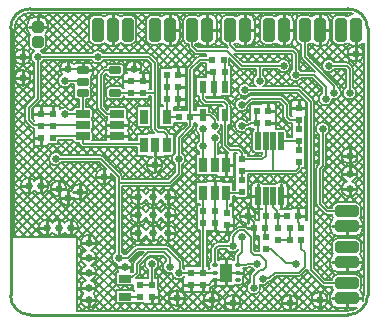
<source format=gbl>
G04*
G04 #@! TF.GenerationSoftware,Altium Limited,Altium Designer,21.3.2 (30)*
G04*
G04 Layer_Physical_Order=2*
G04 Layer_Color=65280*
%FSLAX25Y25*%
%MOIN*%
G70*
G04*
G04 #@! TF.SameCoordinates,A236C9B4-8AE0-4B67-9D85-2998E959901C*
G04*
G04*
G04 #@! TF.FilePolarity,Positive*
G04*
G01*
G75*
%ADD10C,0.01000*%
%ADD15C,0.00600*%
%ADD20R,0.01968X0.02362*%
%ADD21R,0.02362X0.01968*%
%ADD26R,0.02362X0.02362*%
%ADD28R,0.02362X0.02362*%
%ADD34R,0.02362X0.04331*%
G04:AMPARAMS|DCode=63|XSize=39.37mil|YSize=78.74mil|CornerRadius=9.84mil|HoleSize=0mil|Usage=FLASHONLY|Rotation=270.000|XOffset=0mil|YOffset=0mil|HoleType=Round|Shape=RoundedRectangle|*
%AMROUNDEDRECTD63*
21,1,0.03937,0.05906,0,0,270.0*
21,1,0.01968,0.07874,0,0,270.0*
1,1,0.01968,-0.02953,-0.00984*
1,1,0.01968,-0.02953,0.00984*
1,1,0.01968,0.02953,0.00984*
1,1,0.01968,0.02953,-0.00984*
%
%ADD63ROUNDEDRECTD63*%
G04:AMPARAMS|DCode=64|XSize=39.37mil|YSize=78.74mil|CornerRadius=9.84mil|HoleSize=0mil|Usage=FLASHONLY|Rotation=180.000|XOffset=0mil|YOffset=0mil|HoleType=Round|Shape=RoundedRectangle|*
%AMROUNDEDRECTD64*
21,1,0.03937,0.05906,0,0,180.0*
21,1,0.01968,0.07874,0,0,180.0*
1,1,0.01968,-0.00984,0.02953*
1,1,0.01968,0.00984,0.02953*
1,1,0.01968,0.00984,-0.02953*
1,1,0.01968,-0.00984,-0.02953*
%
%ADD64ROUNDEDRECTD64*%
G04:AMPARAMS|DCode=65|XSize=39.37mil|YSize=39.37mil|CornerRadius=9.84mil|HoleSize=0mil|Usage=FLASHONLY|Rotation=90.000|XOffset=0mil|YOffset=0mil|HoleType=Round|Shape=RoundedRectangle|*
%AMROUNDEDRECTD65*
21,1,0.03937,0.01968,0,0,90.0*
21,1,0.01968,0.03937,0,0,90.0*
1,1,0.01968,0.00984,0.00984*
1,1,0.01968,0.00984,-0.00984*
1,1,0.01968,-0.00984,-0.00984*
1,1,0.01968,-0.00984,0.00984*
%
%ADD65ROUNDEDRECTD65*%
%ADD66C,0.02500*%
%ADD67C,0.00800*%
G04:AMPARAMS|DCode=68|XSize=23.62mil|YSize=39.37mil|CornerRadius=2.01mil|HoleSize=0mil|Usage=FLASHONLY|Rotation=270.000|XOffset=0mil|YOffset=0mil|HoleType=Round|Shape=RoundedRectangle|*
%AMROUNDEDRECTD68*
21,1,0.02362,0.03535,0,0,270.0*
21,1,0.01961,0.03937,0,0,270.0*
1,1,0.00402,-0.01768,-0.00980*
1,1,0.00402,-0.01768,0.00980*
1,1,0.00402,0.01768,0.00980*
1,1,0.00402,0.01768,-0.00980*
%
%ADD68ROUNDEDRECTD68*%
G04:AMPARAMS|DCode=69|XSize=25.59mil|YSize=47.24mil|CornerRadius=1.92mil|HoleSize=0mil|Usage=FLASHONLY|Rotation=90.000|XOffset=0mil|YOffset=0mil|HoleType=Round|Shape=RoundedRectangle|*
%AMROUNDEDRECTD69*
21,1,0.02559,0.04341,0,0,90.0*
21,1,0.02175,0.04724,0,0,90.0*
1,1,0.00384,0.02170,0.01088*
1,1,0.00384,0.02170,-0.01088*
1,1,0.00384,-0.02170,-0.01088*
1,1,0.00384,-0.02170,0.01088*
%
%ADD69ROUNDEDRECTD69*%
%ADD70R,0.02756X0.05118*%
G04:AMPARAMS|DCode=71|XSize=17.72mil|YSize=61.02mil|CornerRadius=1.95mil|HoleSize=0mil|Usage=FLASHONLY|Rotation=0.000|XOffset=0mil|YOffset=0mil|HoleType=Round|Shape=RoundedRectangle|*
%AMROUNDEDRECTD71*
21,1,0.01772,0.05713,0,0,0.0*
21,1,0.01382,0.06102,0,0,0.0*
1,1,0.00390,0.00691,-0.02856*
1,1,0.00390,-0.00691,-0.02856*
1,1,0.00390,-0.00691,0.02856*
1,1,0.00390,0.00691,0.02856*
%
%ADD71ROUNDEDRECTD71*%
G04:AMPARAMS|DCode=72|XSize=39.37mil|YSize=62.99mil|CornerRadius=1.97mil|HoleSize=0mil|Usage=FLASHONLY|Rotation=180.000|XOffset=0mil|YOffset=0mil|HoleType=Round|Shape=RoundedRectangle|*
%AMROUNDEDRECTD72*
21,1,0.03937,0.05906,0,0,180.0*
21,1,0.03543,0.06299,0,0,180.0*
1,1,0.00394,-0.01772,0.02953*
1,1,0.00394,0.01772,0.02953*
1,1,0.00394,0.01772,-0.02953*
1,1,0.00394,-0.01772,-0.02953*
%
%ADD72ROUNDEDRECTD72*%
G04:AMPARAMS|DCode=73|XSize=17.72mil|YSize=11.81mil|CornerRadius=1.95mil|HoleSize=0mil|Usage=FLASHONLY|Rotation=180.000|XOffset=0mil|YOffset=0mil|HoleType=Round|Shape=RoundedRectangle|*
%AMROUNDEDRECTD73*
21,1,0.01772,0.00791,0,0,180.0*
21,1,0.01382,0.01181,0,0,180.0*
1,1,0.00390,-0.00691,0.00396*
1,1,0.00390,0.00691,0.00396*
1,1,0.00390,0.00691,-0.00396*
1,1,0.00390,-0.00691,-0.00396*
%
%ADD73ROUNDEDRECTD73*%
%ADD74R,0.04000X0.02500*%
D10*
X115000Y90063D02*
Y95000D01*
X103000D02*
X105968D01*
X103000D02*
Y99937D01*
Y90063D02*
Y95000D01*
X115000Y87000D02*
X117250D01*
X115000Y84750D02*
Y87000D01*
Y89250D01*
X112750Y87000D02*
X115000D01*
X91000Y95000D02*
X93968D01*
X91000Y90063D02*
Y95000D01*
Y99937D01*
X96000Y68937D02*
X98181D01*
X96000D02*
Y71118D01*
X93819Y68937D02*
X96000D01*
X78000Y95000D02*
Y99937D01*
Y95000D02*
X80968D01*
X78000Y90063D02*
Y95000D01*
X65500D02*
Y99937D01*
Y95000D02*
X68468D01*
X65500Y90063D02*
Y95000D01*
X65559Y81000D02*
X67543D01*
X85937Y68000D02*
X88118D01*
X85937D02*
Y70181D01*
Y64000D02*
X88118D01*
X67740Y72835D02*
Y76000D01*
X113000Y53000D02*
X115250D01*
X113000Y47000D02*
X115250D01*
X110750D02*
X113000D01*
Y42000D02*
X115250D01*
X110750D02*
X113000D01*
Y53000D02*
Y55250D01*
Y50750D02*
Y53000D01*
X110750D02*
X113000D01*
Y47000D02*
Y49250D01*
Y39750D02*
Y42000D01*
X90118Y39693D02*
X92004D01*
X90118D02*
Y43744D01*
Y35642D02*
Y39693D01*
X95937Y33000D02*
Y35181D01*
Y33000D02*
X98118D01*
X112000Y29500D02*
X116937D01*
X112000Y17500D02*
X116937D01*
X112000Y26531D02*
Y29500D01*
X107063D02*
X112000D01*
Y14532D02*
Y17500D01*
X107063D02*
X112000D01*
Y5500D02*
X116937D01*
X112000Y2531D02*
Y5500D01*
X107063D02*
X112000D01*
X103000Y5000D02*
Y7250D01*
Y5000D02*
X105250D01*
X103000Y2750D02*
Y5000D01*
X100750D02*
X103000D01*
X93000Y4000D02*
Y6250D01*
Y4000D02*
X95250D01*
X93000Y1750D02*
Y4000D01*
X90750D02*
X93000D01*
X82441Y39693D02*
Y43744D01*
X80555Y39693D02*
X82441D01*
Y35642D02*
Y39693D01*
X79000Y33000D02*
X81250D01*
X81000Y26819D02*
Y29000D01*
X78819D02*
X81000D01*
X79000Y33000D02*
Y35250D01*
Y30750D02*
Y33000D01*
X76750D02*
X79000D01*
X71740Y50000D02*
Y53559D01*
Y50000D02*
X74118D01*
X71740Y46441D02*
Y50000D01*
X72000Y30063D02*
X74181D01*
X68000Y40551D02*
Y44110D01*
X72000Y27882D02*
Y30063D01*
X68197Y28370D02*
Y30551D01*
X71839Y14000D02*
Y18150D01*
X75677Y14000D02*
X77563D01*
X71839Y9850D02*
Y14000D01*
X74000Y4000D02*
X76250D01*
X74000D02*
Y6250D01*
X71750Y4000D02*
X74000D01*
Y1750D02*
Y4000D01*
X68000Y9850D02*
Y11441D01*
X67000Y5000D02*
X69250D01*
X64000Y7882D02*
Y10063D01*
X67000Y2750D02*
Y5000D01*
Y7250D01*
X64750Y5000D02*
X67000D01*
X53000Y95000D02*
Y99937D01*
Y95000D02*
X55968D01*
X53000Y90063D02*
Y95000D01*
X55937Y80000D02*
Y82181D01*
Y80000D02*
X58118D01*
X38750Y82000D02*
X41000D01*
Y84250D01*
Y82000D02*
X43250D01*
X44000Y77937D02*
Y80118D01*
X55937Y76000D02*
X58118D01*
X55937Y72000D02*
X58118D01*
X55937Y69819D02*
Y72000D01*
X44000Y77937D02*
X46181D01*
X37819D02*
X40000D01*
X35614Y63260D02*
X38976D01*
X35614Y59520D02*
X38976D01*
X34000Y90063D02*
Y95000D01*
Y99937D01*
X24000Y81480D02*
X26969D01*
X24000D02*
Y83661D01*
X19000Y82000D02*
Y84250D01*
X16750Y82000D02*
X19000D01*
X6032Y96000D02*
X9000D01*
X11969D01*
X9000D02*
Y98968D01*
X4000Y86000D02*
X6250D01*
X4000Y83750D02*
Y86000D01*
Y88250D01*
X1750Y86000D02*
X4000D01*
Y79000D02*
Y81250D01*
X32252Y63260D02*
X35614D01*
X32252Y59520D02*
X35614D01*
X4000Y79000D02*
X6250D01*
X1750D02*
X4000D01*
Y76750D02*
Y79000D01*
X10000Y66937D02*
Y69118D01*
X14000Y66937D02*
Y69118D01*
X7819Y66937D02*
X10000D01*
X52614Y39213D02*
X54864D01*
X52614Y33213D02*
Y35463D01*
Y33213D02*
X54864D01*
X52614Y30963D02*
Y33213D01*
Y36963D02*
Y39213D01*
Y41463D01*
X48260Y52992D02*
Y56551D01*
X48000Y50000D02*
Y52250D01*
Y47750D02*
Y50000D01*
X50250D01*
X45750D02*
X48000D01*
X47614Y39213D02*
Y41463D01*
Y36963D02*
Y39213D01*
Y30963D02*
Y33213D01*
Y35463D01*
X42614Y36963D02*
Y39213D01*
Y41463D01*
X40364Y39213D02*
X42614D01*
Y30963D02*
Y33213D01*
Y35463D01*
X40364Y33213D02*
X42614D01*
X52614Y27213D02*
X54864D01*
X52614D02*
Y29463D01*
Y24963D02*
Y27213D01*
X57819Y10063D02*
X60000D01*
Y7882D02*
Y10063D01*
X55480Y5520D02*
X57730D01*
X55480D02*
Y7770D01*
Y3270D02*
Y5520D01*
X53230D02*
X55480D01*
X47614Y24963D02*
Y27213D01*
Y29463D01*
X42614Y24963D02*
Y27213D01*
Y29463D01*
X40364Y27213D02*
X42614D01*
X47000Y6063D02*
X49181D01*
X47000Y3882D02*
Y6063D01*
X31000Y46000D02*
Y48250D01*
Y46000D02*
X33250D01*
X28750D02*
X31000D01*
Y43750D02*
Y46000D01*
X23000Y41000D02*
Y43250D01*
Y41000D02*
X25250D01*
X23000Y38750D02*
Y41000D01*
X20750D02*
X23000D01*
X8079Y59000D02*
X10063D01*
Y56819D02*
Y59000D01*
X16000Y39750D02*
Y42000D01*
X18250D01*
X16000D02*
Y44250D01*
X13750Y42000D02*
X16000D01*
X19000Y39000D02*
Y41250D01*
X6000Y43000D02*
Y45250D01*
X10000Y43000D02*
Y45250D01*
X6000Y40750D02*
Y43000D01*
X3750D02*
X6000D01*
X10000D02*
X12250D01*
X10000Y40750D02*
Y43000D01*
X38000Y16000D02*
X40250D01*
X35750D02*
X38000D01*
X26000Y24000D02*
X28250D01*
X26000Y9000D02*
X28250D01*
X26000Y5000D02*
X28250D01*
X26000Y2750D02*
Y5000D01*
X19000Y39000D02*
X21250D01*
X19000Y36750D02*
Y39000D01*
X20000Y29000D02*
Y31250D01*
X16750Y39000D02*
X19000D01*
X20000Y29000D02*
X22250D01*
X20000Y26750D02*
Y29000D01*
X16000D02*
Y31250D01*
X12000Y29000D02*
Y31250D01*
X16000Y26750D02*
Y29000D01*
X12000Y26750D02*
Y29000D01*
X9750D02*
X12000D01*
X26000Y24000D02*
Y26250D01*
X23750Y24000D02*
X26000D01*
X23750Y19000D02*
X26000D01*
X28250D01*
X26000Y14000D02*
X28250D01*
X23750Y9000D02*
X26000D01*
X23750Y5000D02*
X26000D01*
X23750Y14000D02*
X26000D01*
X6449Y102000D02*
G03*
X0Y95551I0J-6449D01*
G01*
X119000D02*
G03*
X112550Y102000I-6449J0D01*
G01*
Y0D02*
G03*
X119000Y6449I0J6449D01*
G01*
X0D02*
G03*
X6449Y0I6449J0D01*
G01*
X112550D01*
X119000Y6449D02*
Y95551D01*
X6449Y102000D02*
X112550D01*
X0Y6449D02*
Y95551D01*
D15*
X104000Y49743D02*
Y62000D01*
X78364Y70363D02*
X80000Y72000D01*
X77000Y70000D02*
X77364Y70363D01*
X80000Y72000D02*
X90000D01*
X77364Y70363D02*
X78364D01*
X90000Y72000D02*
X92000Y70000D01*
Y66000D02*
Y70000D01*
Y66000D02*
X93000Y65000D01*
X96000D01*
X19000Y82000D02*
X23480D01*
X24000Y81480D01*
X79000Y33000D02*
X81000Y31000D01*
Y29000D02*
Y31000D01*
X95937Y31063D02*
Y33000D01*
Y31063D02*
X96253Y30747D01*
Y29684D02*
X96937Y29000D01*
X96253Y29684D02*
Y30747D01*
X47000Y10000D02*
Y17000D01*
X42000Y14000D02*
Y17000D01*
X40549Y12549D02*
X42000Y14000D01*
Y17000D02*
X45800Y20800D01*
X38000Y12063D02*
X38486Y12549D01*
X40549D01*
X45800Y20800D02*
X51200D01*
X42000Y22000D02*
X52000D01*
X39000Y19000D02*
X42000Y22000D01*
X36000Y19000D02*
X39000D01*
X51200Y20800D02*
X53000Y19000D01*
X52000Y22000D02*
X56352Y17649D01*
X53000Y16000D02*
Y19000D01*
X36000Y44000D02*
X53000D01*
X56000Y47000D01*
X36000Y19000D02*
Y44000D01*
Y46000D01*
X56000Y47000D02*
Y52000D01*
X30000D02*
X36000Y46000D01*
X15000Y52000D02*
X30000D01*
X101000Y80000D02*
X105000Y76000D01*
Y72000D02*
Y76000D01*
X107850Y74036D02*
Y76150D01*
Y74036D02*
X107886Y74000D01*
X98000Y86000D02*
X107850Y76150D01*
X103000Y48743D02*
X104000Y49743D01*
X103000Y37000D02*
Y48743D01*
X77000Y83000D02*
X83000D01*
X72000Y88000D02*
X77000Y83000D01*
X62000Y88000D02*
X72000D01*
X83000Y78000D02*
Y83000D01*
X91000D01*
X95000Y80000D02*
Y87000D01*
X94000Y88000D02*
X95000Y87000D01*
Y80000D02*
X101000D01*
X98000Y86000D02*
Y95000D01*
X75000Y88000D02*
X94000D01*
X73000Y90000D02*
Y95000D01*
Y90000D02*
X75000Y88000D01*
X60500Y89500D02*
X62000Y88000D01*
X60500Y89500D02*
Y95000D01*
X106000Y83000D02*
X112000D01*
X113000Y82000D01*
Y74000D02*
Y82000D01*
X78000Y75000D02*
X96000D01*
X100000Y71000D01*
X64260Y14000D02*
Y30551D01*
X100000Y15000D02*
X104500Y10500D01*
X100000Y15000D02*
Y71000D01*
X103000Y37000D02*
X105500Y34500D01*
X104500Y10500D02*
X112000D01*
X105500Y34500D02*
X112000D01*
X85000Y22063D02*
X86937D01*
X91850Y17150D02*
X94850D01*
X86937Y22063D02*
X91850Y17150D01*
X88000Y14000D02*
X96000D01*
X98000Y16000D02*
Y21000D01*
X96000Y14000D02*
X98000Y16000D01*
X94850Y17150D02*
X95000Y17000D01*
X96937Y22063D02*
X98000Y21000D01*
X96937Y22063D02*
Y25000D01*
X86150Y12150D02*
X88000Y14000D01*
X84000Y12000D02*
X84150Y12150D01*
X86150D01*
X80000Y21000D02*
Y26041D01*
X77890Y28150D02*
X80000Y26041D01*
Y21000D02*
X81000Y20000D01*
X83000D01*
X85000Y18000D01*
Y16000D02*
Y18000D01*
X84000Y15000D02*
X85000Y16000D01*
X83000Y15000D02*
X84000D01*
X81000Y13000D02*
X83000Y15000D01*
X81000Y9000D02*
Y13000D01*
X76109Y28150D02*
X77890D01*
X74980Y26980D02*
Y27020D01*
X74000Y26000D02*
X74980Y26980D01*
Y27020D02*
X76109Y28150D01*
X74000Y23000D02*
Y26000D01*
X79000Y17000D02*
X82000D01*
X78559Y16559D02*
X79000Y17000D01*
X75677Y16559D02*
X78559D01*
X96000Y61937D02*
Y65000D01*
Y54937D02*
Y58000D01*
X90118D02*
X96000D01*
X87559Y48000D02*
X95000D01*
X77000D02*
X87559D01*
X96000Y49000D02*
Y51000D01*
X95000Y48000D02*
X96000Y49000D01*
X87559Y35929D02*
X88759Y34730D01*
Y33178D02*
X88937Y33000D01*
X87559Y35929D02*
Y39693D01*
X88759Y33178D02*
Y34730D01*
X92937Y25063D02*
X93000Y25000D01*
X89000Y25063D02*
X92937D01*
X93000Y25000D02*
Y29000D01*
X88937Y33000D02*
X89000Y32937D01*
Y29000D02*
Y32937D01*
X88937Y33000D02*
X92000D01*
X84937Y26000D02*
Y29000D01*
X85000Y33000D02*
Y39693D01*
Y29063D02*
Y33000D01*
X84937Y29000D02*
X85000Y29063D01*
X80000Y64000D02*
X82000D01*
X79150Y63150D02*
X80000Y64000D01*
X77000Y63000D02*
X77150Y63150D01*
X79150D01*
X60488Y66551D02*
X64000D01*
X66449D01*
X68000Y65000D01*
Y63000D02*
Y65000D01*
X59937Y66000D02*
X60488Y66551D01*
X82000Y64000D02*
X82441Y63559D01*
X81882Y64118D02*
X82000Y64000D01*
X82441Y58000D02*
Y63559D01*
X81882Y64118D02*
Y67882D01*
X82000Y68000D01*
X87559Y48000D02*
Y58000D01*
X85000Y53000D02*
Y58000D01*
X83937Y51937D02*
X85000Y53000D01*
X77000Y51937D02*
X83937D01*
X73000Y55000D02*
X76000D01*
X71480Y56520D02*
Y66551D01*
Y56520D02*
X73000Y55000D01*
X76000D02*
X77000Y54000D01*
Y51937D02*
Y54000D01*
Y44937D02*
Y48000D01*
X71740Y40551D02*
X76551D01*
X77000Y41000D01*
X71740Y40551D02*
X72000Y40291D01*
Y34000D02*
Y40291D01*
Y67071D02*
Y70000D01*
X71480Y66551D02*
X72000Y67071D01*
X71000Y71000D02*
X72000Y70000D01*
X65000Y71000D02*
X71000D01*
X64000Y72000D02*
X65000Y71000D01*
X64000Y72000D02*
Y76000D01*
X63000Y85000D02*
X67063D01*
X59937Y81937D02*
X63000Y85000D01*
X59937Y66000D02*
Y81937D01*
X71000Y85000D02*
X71480Y84520D01*
Y81000D02*
Y84520D01*
X67740Y76000D02*
Y80803D01*
X67543Y81000D02*
X67740Y80803D01*
X71480Y76000D02*
Y81000D01*
X64000Y56130D02*
Y62000D01*
Y50260D02*
Y56130D01*
X68000Y50000D02*
Y59000D01*
X56000Y52000D02*
Y59000D01*
X59937Y62937D02*
Y66000D01*
X56000Y59000D02*
X59937Y62937D01*
X64000Y50260D02*
X64260Y50000D01*
Y14000D02*
X68000D01*
X64000D02*
X64260D01*
X68197Y34551D02*
Y40354D01*
X64260Y30551D02*
Y34551D01*
Y40551D01*
X68197Y30551D02*
Y34551D01*
X68000Y40551D02*
X68197Y40354D01*
X77000Y21000D02*
Y26000D01*
X29000Y86000D02*
X46000D01*
X9000D02*
X29000D01*
X24000Y57351D02*
X24351Y57000D01*
X24000Y57351D02*
Y59520D01*
X44071Y57000D02*
X44520Y56551D01*
X24351Y57000D02*
X44071D01*
X46000Y86000D02*
X48000Y84000D01*
X9000Y72000D02*
Y86000D01*
X7740Y63260D02*
X24000D01*
X48000Y62000D02*
Y74000D01*
Y62000D02*
X49000Y61000D01*
X51000D01*
X52000Y60000D01*
Y56551D02*
Y60000D01*
Y66000D02*
X56000D01*
X52000Y76000D02*
Y80000D01*
Y72000D02*
Y76000D01*
Y66000D02*
Y72000D01*
X55937D02*
Y76000D01*
X48000Y74000D02*
Y84000D01*
X18000Y78000D02*
X23740D01*
X24000Y77740D01*
X14000Y59000D02*
X14520Y59520D01*
X24000D01*
X40000Y77937D02*
X44000D01*
X10000Y66937D02*
X14000D01*
X6000Y69000D02*
X9000Y72000D01*
X6000Y65000D02*
Y69000D01*
Y65000D02*
X7740Y63260D01*
X44000Y74000D02*
X48000D01*
X40000D02*
X44000D01*
X30000Y69000D02*
X32000Y67000D01*
X30000Y69000D02*
Y80000D01*
X31480Y81480D01*
X34827D01*
X32000Y67000D02*
X35614D01*
X34827Y74000D02*
X40000D01*
X24000Y67000D02*
Y74000D01*
X18000Y67000D02*
X24000D01*
X75677Y16559D02*
Y19677D01*
X77000Y21000D01*
X69000Y23000D02*
X74000D01*
X68000Y16559D02*
Y22000D01*
X69000Y23000D01*
X60000Y10063D02*
X66063D01*
X67150Y11150D01*
X67709D01*
X68000Y11441D01*
X70170D01*
X71839Y14000D02*
X75677D01*
X70170Y11441D02*
X71839Y13110D01*
Y14000D01*
X60000D02*
X64000D01*
X56000D02*
X60000D01*
X67839Y16721D02*
X68000Y16559D01*
X56352Y14352D02*
Y17649D01*
X56000Y14000D02*
X56352Y14352D01*
X43000Y10000D02*
X47000D01*
X38000Y6063D02*
X43000D01*
D20*
X14000Y59000D02*
D03*
X10063D02*
D03*
X93000Y25000D02*
D03*
X96937D02*
D03*
Y29000D02*
D03*
X93000D02*
D03*
X67543Y81000D02*
D03*
X71480D02*
D03*
X71000Y85000D02*
D03*
X67063D02*
D03*
D21*
X96000Y61937D02*
D03*
Y58000D02*
D03*
X77000Y41000D02*
D03*
Y44937D02*
D03*
X96000Y54937D02*
D03*
Y51000D02*
D03*
X77000Y48000D02*
D03*
Y51937D02*
D03*
X85000Y26000D02*
D03*
Y22063D02*
D03*
X89000Y29000D02*
D03*
Y25063D02*
D03*
D26*
X10000Y63000D02*
D03*
Y66937D02*
D03*
X96000Y65000D02*
D03*
Y68937D02*
D03*
X72000Y34000D02*
D03*
Y30063D02*
D03*
X44000Y77937D02*
D03*
Y74000D02*
D03*
X40000D02*
D03*
Y77937D02*
D03*
X14000Y66937D02*
D03*
Y63000D02*
D03*
X60000Y14000D02*
D03*
Y10063D02*
D03*
X64000D02*
D03*
Y14000D02*
D03*
X47000Y6063D02*
D03*
Y10000D02*
D03*
X43000D02*
D03*
Y6063D02*
D03*
D28*
X52000Y80000D02*
D03*
X55937D02*
D03*
X82000Y64000D02*
D03*
X85937D02*
D03*
X82000Y68000D02*
D03*
X85937D02*
D03*
X84937Y29000D02*
D03*
X81000D02*
D03*
X88937Y33000D02*
D03*
X85000D02*
D03*
X95937D02*
D03*
X92000D02*
D03*
X64260Y30551D02*
D03*
X68197D02*
D03*
X64260Y34551D02*
D03*
X68197D02*
D03*
X55937Y72000D02*
D03*
X52000D02*
D03*
X56000Y66000D02*
D03*
X59937D02*
D03*
X52000Y76000D02*
D03*
X55937D02*
D03*
D34*
X64000D02*
D03*
X67740D02*
D03*
X71480D02*
D03*
Y66551D02*
D03*
X64000D02*
D03*
D63*
X112000Y10500D02*
D03*
Y5500D02*
D03*
Y29500D02*
D03*
Y34500D02*
D03*
Y17500D02*
D03*
Y22500D02*
D03*
D64*
X115000Y95000D02*
D03*
X110000D02*
D03*
X103000D02*
D03*
X98000D02*
D03*
X86000D02*
D03*
X91000D02*
D03*
X78000D02*
D03*
X73000D02*
D03*
X65500D02*
D03*
X60500D02*
D03*
X39000D02*
D03*
X34000D02*
D03*
X29000D02*
D03*
X53000D02*
D03*
X48000D02*
D03*
D65*
X9000Y96000D02*
D03*
Y91000D02*
D03*
D66*
X31000Y46000D02*
D03*
X115000Y87000D02*
D03*
X113000Y53000D02*
D03*
Y47000D02*
D03*
Y42000D02*
D03*
X4000Y86000D02*
D03*
Y79000D02*
D03*
X74000Y4000D02*
D03*
X103000Y5000D02*
D03*
X93000Y4000D02*
D03*
X67000Y5000D02*
D03*
X20000Y29000D02*
D03*
X16000D02*
D03*
X12000D02*
D03*
X6000Y43000D02*
D03*
X10000D02*
D03*
X16000Y42000D02*
D03*
X19000Y39000D02*
D03*
X23000Y41000D02*
D03*
X26000Y24000D02*
D03*
Y19000D02*
D03*
Y14000D02*
D03*
Y9000D02*
D03*
Y5000D02*
D03*
X104000Y62000D02*
D03*
X77000Y70000D02*
D03*
X19000Y82000D02*
D03*
X47000Y17000D02*
D03*
X48000Y50000D02*
D03*
X105000Y72000D02*
D03*
X107886Y74000D02*
D03*
X91000Y83000D02*
D03*
X83000Y78000D02*
D03*
X95000Y80000D02*
D03*
X106000Y83000D02*
D03*
X113000Y74000D02*
D03*
X78000Y75000D02*
D03*
X95000Y17000D02*
D03*
X82000D02*
D03*
X81000Y9000D02*
D03*
X84000Y12000D02*
D03*
X77000Y63000D02*
D03*
X68000D02*
D03*
X79000Y33000D02*
D03*
X64000Y56130D02*
D03*
X68000Y59000D02*
D03*
X64000Y62000D02*
D03*
X77000Y26000D02*
D03*
X56000Y52000D02*
D03*
X29000Y86000D02*
D03*
X41000Y82000D02*
D03*
X9000Y86000D02*
D03*
X18000Y78000D02*
D03*
Y67000D02*
D03*
X15000Y52000D02*
D03*
X74000Y23000D02*
D03*
X71839Y14000D02*
D03*
X55480Y5520D02*
D03*
X36000Y19000D02*
D03*
X38000Y16000D02*
D03*
X56000Y14000D02*
D03*
X53000Y16000D02*
D03*
X42614Y39213D02*
D03*
X52614D02*
D03*
X47614D02*
D03*
X42614Y33213D02*
D03*
Y27213D02*
D03*
X47614D02*
D03*
X52614D02*
D03*
Y33213D02*
D03*
X47614D02*
D03*
D67*
X114142Y100337D02*
G03*
X112172Y100700I-1970J-5165D01*
G01*
X114016Y100337D02*
G03*
X112212Y99512I0J-2384D01*
G01*
D02*
G03*
X110984Y99937I-1228J-1559D01*
G01*
X109016D02*
G03*
X107032Y97953I0J-1984D01*
G01*
X110984Y90063D02*
G03*
X112212Y90488I0J1984D01*
G01*
D02*
G03*
X114016Y89663I1804J1559D01*
G01*
X107032Y92047D02*
G03*
X109016Y90063I1984J0D01*
G01*
X106369Y97953D02*
G03*
X103984Y100337I-2384J0D01*
G01*
X102016D02*
G03*
X100212Y99512I0J-2384D01*
G01*
X103984Y89663D02*
G03*
X106369Y92047I0J2384D01*
G01*
X100212Y90488D02*
G03*
X102016Y89663I1804J1559D01*
G01*
X115984D02*
G03*
X117700Y90392I0J2384D01*
G01*
X117650Y87000D02*
G03*
X117650Y87000I-2650J0D01*
G01*
X114100Y82000D02*
G03*
X113778Y82778I-1100J0D01*
G01*
X112778Y83778D02*
G03*
X112000Y84100I-778J-778D01*
G01*
X114100Y82000D02*
G03*
X113778Y82778I-1100J0D01*
G01*
X112778Y83778D02*
G03*
X112000Y84100I-778J-778D01*
G01*
X107963D02*
G03*
X107963Y81900I-1963J-1100D01*
G01*
X100212Y99512D02*
G03*
X98984Y99937I-1228J-1559D01*
G01*
X97016D02*
G03*
X95031Y97953I0J-1984D01*
G01*
Y92047D02*
G03*
X96900Y90066I1984J0D01*
G01*
X99100D02*
G03*
X100212Y90488I-116J1981D01*
G01*
X94368Y97953D02*
G03*
X91984Y100337I-2384J0D01*
G01*
X90016D02*
G03*
X88212Y99512I0J-2384D01*
G01*
X91984Y89663D02*
G03*
X94368Y92047I0J2384D01*
G01*
X88212Y90488D02*
G03*
X90016Y89663I1804J1559D01*
G01*
X96900Y86000D02*
G03*
X97222Y85222I1100J0D01*
G01*
X96100Y87000D02*
G03*
X95778Y87778I-1100J0D01*
G01*
X96900Y86000D02*
G03*
X97222Y85222I1100J0D01*
G01*
X96963Y81100D02*
G03*
X96100Y81963I-1963J-1100D01*
G01*
X93900D02*
G03*
X96963Y78900I1100J-1963D01*
G01*
X94778Y88778D02*
G03*
X94000Y89100I-778J-778D01*
G01*
X94778Y88778D02*
G03*
X94000Y89100I-778J-778D01*
G01*
X96100Y87000D02*
G03*
X95778Y87778I-1100J0D01*
G01*
X89037Y81900D02*
G03*
X93250Y83000I1963J1100D01*
G01*
D02*
G03*
X89037Y84100I-2250J0D01*
G01*
X108950Y76150D02*
G03*
X108628Y76928I-1100J0D01*
G01*
X115250Y74000D02*
G03*
X114100Y75963I-2250J0D01*
G01*
X111900D02*
G03*
X115250Y74000I1100J-1963D01*
G01*
X110136D02*
G03*
X108950Y75983I-2250J0D01*
G01*
Y76150D02*
G03*
X108628Y76928I-1100J0D01*
G01*
X107245Y71843D02*
G03*
X110136Y74000I642J2157D01*
G01*
X101433Y81011D02*
G03*
X101000Y81100I-433J-1011D01*
G01*
X101433Y81011D02*
G03*
X101000Y81100I-433J-1011D01*
G01*
X101100Y71000D02*
G03*
X100778Y71778I-1100J0D01*
G01*
X101100Y71000D02*
G03*
X100778Y71778I-1100J0D01*
G01*
X103900Y73963D02*
G03*
X107245Y71843I1100J-1963D01*
G01*
X105100Y60037D02*
G03*
X106250Y62000I-1100J1963D01*
G01*
D02*
G03*
X102900Y60037I-2250J0D01*
G01*
X96778Y75778D02*
G03*
X96000Y76100I-778J-778D01*
G01*
X96778Y75778D02*
G03*
X96000Y76100I-778J-778D01*
G01*
X93100Y70000D02*
G03*
X92778Y70778I-1100J0D01*
G01*
X93100Y70000D02*
G03*
X92778Y70778I-1100J0D01*
G01*
X90778Y72778D02*
G03*
X90000Y73100I-778J-778D01*
G01*
X90778Y72778D02*
G03*
X90000Y73100I-778J-778D01*
G01*
X90900Y66000D02*
G03*
X91222Y65222I1100J0D01*
G01*
X90900Y66000D02*
G03*
X91222Y65222I1100J0D01*
G01*
X92222Y64222D02*
G03*
X93000Y63900I778J778D01*
G01*
X92222Y64222D02*
G03*
X93000Y63900I778J778D01*
G01*
X92004Y60856D02*
G03*
X90809Y62051I-1195J0D01*
G01*
X88212Y99512D02*
G03*
X86984Y99937I-1228J-1559D01*
G01*
X85016D02*
G03*
X83031Y97953I0J-1984D01*
G01*
Y92047D02*
G03*
X85016Y90063I1984J0D01*
G01*
X86984D02*
G03*
X88212Y90488I0J1984D01*
G01*
X81368Y97953D02*
G03*
X78984Y100337I-2384J0D01*
G01*
X77016D02*
G03*
X75212Y99512I0J-2384D01*
G01*
X78984Y89663D02*
G03*
X81368Y92047I0J2384D01*
G01*
X75212Y90488D02*
G03*
X77016Y89663I1804J1559D01*
G01*
X84205Y76100D02*
G03*
X85250Y78000I-1205J1900D01*
G01*
D02*
G03*
X84100Y79963I-2250J0D01*
G01*
X74567Y86989D02*
G03*
X75000Y86900I433J1011D01*
G01*
X74567Y86989D02*
G03*
X75000Y86900I433J1011D01*
G01*
X81900Y79963D02*
G03*
X81795Y76100I1100J-1963D01*
G01*
X76222Y82222D02*
G03*
X77000Y81900I778J778D01*
G01*
X76222Y82222D02*
G03*
X77000Y81900I778J778D01*
G01*
X75212Y99512D02*
G03*
X73984Y99937I-1228J-1559D01*
G01*
X72016D02*
G03*
X70031Y97953I0J-1984D01*
G01*
Y92047D02*
G03*
X71900Y90066I1984J0D01*
G01*
X74440Y90116D02*
G03*
X75212Y90488I-455J1931D01*
G01*
X71900Y90000D02*
G03*
X72222Y89222I1100J0D01*
G01*
X71900Y90000D02*
G03*
X72222Y89222I1100J0D01*
G01*
X68868Y97953D02*
G03*
X66484Y100337I-2384J0D01*
G01*
X64516D02*
G03*
X62712Y99512I0J-2384D01*
G01*
X66484Y89663D02*
G03*
X68868Y92047I0J2384D01*
G01*
X62712Y90488D02*
G03*
X64516Y89663I1804J1559D01*
G01*
X72433Y89011D02*
G03*
X72000Y89100I-433J-1011D01*
G01*
X72433Y89011D02*
G03*
X72000Y89100I-433J-1011D01*
G01*
X63000Y86100D02*
G03*
X62222Y85778I0J-1100D01*
G01*
X63000Y86100D02*
G03*
X62222Y85778I0J-1100D01*
G01*
X80000Y73100D02*
G03*
X79222Y72778I0J-1100D01*
G01*
X79963Y76100D02*
G03*
X79963Y73900I-1963J-1100D01*
G01*
X80000Y73100D02*
G03*
X79222Y72778I0J-1100D01*
G01*
X78289Y71844D02*
G03*
X79226Y69670I-1289J-1844D01*
G01*
X79150Y62050D02*
G03*
X79819Y62277I0J1100D01*
G01*
X89427Y62051D02*
G03*
X88839Y61896I0J-1195D01*
G01*
D02*
G03*
X88518Y62021I-589J-1040D01*
G01*
X81042Y61819D02*
G03*
X80555Y60856I708J-963D01*
G01*
X79819Y65085D02*
G03*
X79222Y64778I181J-1085D01*
G01*
X78798Y64353D02*
G03*
X79040Y62050I-1798J-1353D01*
G01*
X79819Y65085D02*
G03*
X79222Y64778I181J-1085D01*
G01*
X79150Y62050D02*
G03*
X79819Y62277I0J1100D01*
G01*
X78100Y54000D02*
G03*
X77778Y54778I-1100J0D01*
G01*
X78100Y54000D02*
G03*
X77778Y54778I-1100J0D01*
G01*
X76778Y55778D02*
G03*
X76000Y56100I-778J-778D01*
G01*
X76778Y55778D02*
G03*
X76000Y56100I-778J-778D01*
G01*
X73100Y70000D02*
G03*
X72778Y70778I-1100J0D01*
G01*
X71778Y71778D02*
G03*
X71000Y72100I-778J-778D01*
G01*
X73100Y70000D02*
G03*
X72778Y70778I-1100J0D01*
G01*
X71778Y71778D02*
G03*
X71000Y72100I-778J-778D01*
G01*
X64222Y70222D02*
G03*
X65000Y69900I778J778D01*
G01*
X64222Y70222D02*
G03*
X65000Y69900I778J778D01*
G01*
X62900Y72000D02*
G03*
X63222Y71222I1100J0D01*
G01*
X62900Y72000D02*
G03*
X63222Y71222I1100J0D01*
G01*
X72222Y54222D02*
G03*
X72644Y53959I778J778D01*
G01*
X70380Y56520D02*
G03*
X70702Y55742I1100J0D01*
G01*
X70380Y56520D02*
G03*
X70702Y55742I1100J0D01*
G01*
X67227Y67329D02*
G03*
X66449Y67651I-778J-778D01*
G01*
X67227Y67329D02*
G03*
X66449Y67651I-778J-778D01*
G01*
X70250Y63000D02*
G03*
X70217Y63386I-2250J0D01*
G01*
X69100Y57037D02*
G03*
X70250Y59000I-1100J1963D01*
G01*
D02*
G03*
X69031Y61000I-2250J0D01*
G01*
X69100Y65000D02*
G03*
X68778Y65778I-1100J0D01*
G01*
X69100Y65000D02*
G03*
X68778Y65778I-1100J0D01*
G01*
X69031Y61000D02*
G03*
X70250Y63000I-1031J2000D01*
G01*
X115650Y53000D02*
G03*
X115650Y53000I-2650J0D01*
G01*
Y47000D02*
G03*
X112121Y44500I-2650J0D01*
G01*
X113879D02*
G03*
X115650Y47000I-879J2500D01*
G01*
Y42000D02*
G03*
X113879Y44500I-2650J0D01*
G01*
X104778Y48965D02*
G03*
X105100Y49743I-778J778D01*
G01*
X104778Y48965D02*
G03*
X105100Y49743I-778J778D01*
G01*
X102222Y49521D02*
G03*
X101900Y48743I778J-778D01*
G01*
X112121Y44500D02*
G03*
X115650Y42000I879J-2500D01*
G01*
X116512Y32288D02*
G03*
X116937Y33516I-1559J1228D01*
G01*
Y35484D02*
G03*
X114953Y37468I-1984J0D01*
G01*
X109047D02*
G03*
X107066Y35600I0J-1984D01*
G01*
Y33400D02*
G03*
X107488Y32288I1981J116D01*
G01*
D02*
G03*
X106663Y30484I1559J-1804D01*
G01*
X101900Y37000D02*
G03*
X102222Y36222I1100J0D01*
G01*
X104722Y33722D02*
G03*
X105500Y33400I778J778D01*
G01*
X104722Y33722D02*
G03*
X105500Y33400I778J778D01*
G01*
X102222Y49521D02*
G03*
X101900Y48743I778J-778D01*
G01*
X96778Y48222D02*
G03*
X97100Y49000I-778J778D01*
G01*
X96778Y48222D02*
G03*
X97100Y49000I-778J778D01*
G01*
X95000Y46900D02*
G03*
X95778Y47222I0J1100D01*
G01*
X95000Y46900D02*
G03*
X95778Y47222I0J1100D01*
G01*
X92404Y42549D02*
G03*
X90809Y44144I-1595J0D01*
G01*
X89427D02*
G03*
X88365Y43739I0J-1595D01*
G01*
X101900Y37000D02*
G03*
X102222Y36222I1100J0D01*
G01*
X90809Y35242D02*
G03*
X92404Y36837I0J1595D01*
G01*
X117337Y30484D02*
G03*
X116512Y32288I-2384J0D01*
G01*
X114953Y26131D02*
G03*
X117337Y28516I0J2384D01*
G01*
Y18484D02*
G03*
X116512Y20288I-2384J0D01*
G01*
X106663Y28516D02*
G03*
X109047Y26131I2384J0D01*
G01*
Y25469D02*
G03*
X107063Y23484I0J-1984D01*
G01*
X116937D02*
G03*
X114953Y25469I-1984J0D01*
G01*
X116512Y20288D02*
G03*
X116937Y21516I-1559J1228D01*
G01*
X107063D02*
G03*
X107488Y20288I1984J0D01*
G01*
D02*
G03*
X106663Y18484I1559J-1804D01*
G01*
X116512Y8288D02*
G03*
X116937Y9516I-1559J1228D01*
G01*
X114953Y14131D02*
G03*
X117337Y16516I0J2384D01*
G01*
X116937Y11484D02*
G03*
X114953Y13468I-1984J0D01*
G01*
X117337Y6484D02*
G03*
X116512Y8288I-2384J0D01*
G01*
X117337Y4550D02*
G03*
X117700Y6449I-4786J1899D01*
G01*
X112550Y1300D02*
G03*
X115429Y2180I0J5150D01*
G01*
X114953Y2131D02*
G03*
X115429Y2180I0J2384D01*
G01*
X106663Y16516D02*
G03*
X109047Y14131I2384J0D01*
G01*
Y13468D02*
G03*
X107066Y11600I0J-1984D01*
G01*
Y9400D02*
G03*
X107488Y8288I1981J116D01*
G01*
D02*
G03*
X106663Y6484I1559J-1804D01*
G01*
Y4516D02*
G03*
X109047Y2131I2384J0D01*
G01*
X98900Y15000D02*
G03*
X99222Y14222I1100J0D01*
G01*
X98900Y15000D02*
G03*
X99222Y14222I1100J0D01*
G01*
X96000Y12900D02*
G03*
X96778Y13222I0J1100D01*
G01*
X103722Y9722D02*
G03*
X104500Y9400I778J778D01*
G01*
X96000Y12900D02*
G03*
X96778Y13222I0J1100D01*
G01*
X103722Y9722D02*
G03*
X104500Y9400I778J778D01*
G01*
X105650Y5000D02*
G03*
X105650Y5000I-2650J0D01*
G01*
X95650Y4000D02*
G03*
X95650Y4000I-2650J0D01*
G01*
X83132Y53949D02*
G03*
X83720Y54104I0J1195D01*
G01*
X84194Y43739D02*
G03*
X83132Y44144I-1063J-1189D01*
G01*
X86868Y43744D02*
G03*
X86279Y43589I0J-1195D01*
G01*
X86279D02*
G03*
X85691Y43744I-589J-1040D01*
G01*
X80555Y55144D02*
G03*
X81750Y53949I1195J0D01*
G01*
Y44144D02*
G03*
X80155Y42549I0J-1595D01*
G01*
X83132Y35242D02*
G03*
X83900Y35439I0J1595D01*
G01*
X80155Y36837D02*
G03*
X81750Y35242I1595J0D01*
G01*
X81650Y33000D02*
G03*
X78419Y30415I-2650J0D01*
G01*
X81483Y32073D02*
G03*
X81650Y33000I-2483J927D01*
G01*
X78419Y29115D02*
G03*
X77890Y29250I-528J-965D01*
G01*
X78419Y29115D02*
G03*
X77890Y29250I-528J-965D01*
G01*
X76109D02*
G03*
X75332Y28928I0J-1100D01*
G01*
X76109Y29250D02*
G03*
X75332Y28928I0J-1100D01*
G01*
X72222Y54222D02*
G03*
X72644Y53959I778J778D01*
G01*
X81100Y26041D02*
G03*
X81033Y26419I-1100J0D01*
G01*
X81100Y26041D02*
G03*
X81033Y26419I-1100J0D01*
G01*
X80037Y15900D02*
G03*
X81305Y14860I1963J1100D01*
G01*
X78559Y15459D02*
G03*
X79337Y15781I0J1100D01*
G01*
X78559Y15459D02*
G03*
X79337Y15781I0J1100D01*
G01*
X77963Y14396D02*
G03*
X77557Y15459I-1595J0D01*
G01*
X73222Y26778D02*
G03*
X72900Y26000I778J-778D01*
G01*
X73222Y26778D02*
G03*
X72900Y26000I778J-778D01*
G01*
Y24963D02*
G03*
X72037Y24100I1100J-1963D01*
G01*
X74899Y20455D02*
G03*
X74577Y19677I778J-778D01*
G01*
X74899Y20455D02*
G03*
X74577Y19677I778J-778D01*
G01*
X72037Y21900D02*
G03*
X75900Y21795I1963J1100D01*
G01*
X74577Y18224D02*
G03*
X73610Y18550I-967J-1271D01*
G01*
X80222Y13778D02*
G03*
X79900Y13000I778J-778D01*
G01*
X80222Y13778D02*
G03*
X79900Y13000I778J-778D01*
G01*
X86150Y11050D02*
G03*
X86928Y11372I0J1100D01*
G01*
X86150Y11050D02*
G03*
X86928Y11372I0J1100D01*
G01*
X83030Y9970D02*
G03*
X86040Y11050I970J2030D01*
G01*
X83250Y9000D02*
G03*
X83030Y9970I-2250J0D01*
G01*
X79900Y10963D02*
G03*
X83250Y9000I1100J-1963D01*
G01*
X77419Y12405D02*
G03*
X77963Y13604I-1051J1199D01*
G01*
X77563Y11837D02*
G03*
X77419Y12405I-1195J0D01*
G01*
X76368Y9850D02*
G03*
X77563Y11045I0J1195D01*
G01*
X73610Y9450D02*
G03*
X74704Y9884I0J1597D01*
G01*
X69000Y24100D02*
G03*
X68222Y23778I0J-1100D01*
G01*
X70067Y18550D02*
G03*
X69100Y18224I0J-1597D01*
G01*
X69000Y24100D02*
G03*
X68222Y23778I0J-1100D01*
G01*
X67222Y22778D02*
G03*
X66900Y22000I778J-778D01*
G01*
X67222Y22778D02*
G03*
X66900Y22000I778J-778D01*
G01*
Y18077D02*
G03*
X66114Y16955I409J-1123D01*
G01*
X69379Y9606D02*
G03*
X70067Y9450I688J1441D01*
G01*
X68691D02*
G03*
X69379Y9606I0J1595D01*
G01*
X76650Y4000D02*
G03*
X76650Y4000I-2650J0D01*
G01*
X69650Y5000D02*
G03*
X66581Y7617I-2650J0D01*
G01*
X66071Y7482D02*
G03*
X69650Y5000I929J-2482D01*
G01*
X66114Y16163D02*
G03*
X66181Y15769I1195J0D01*
G01*
D02*
G03*
X66505Y15280I1128J394D01*
G01*
X66581Y9093D02*
G03*
X66841Y9285I-518J970D01*
G01*
X66581Y9093D02*
G03*
X66841Y9285I-518J970D01*
G01*
X66581Y7617D02*
G03*
X66071Y7482I419J-2617D01*
G01*
X62712Y99512D02*
G03*
X61484Y99937I-1228J-1559D01*
G01*
X59516D02*
G03*
X57531Y97953I0J-1984D01*
G01*
Y92047D02*
G03*
X59400Y90066I1984J0D01*
G01*
X61600D02*
G03*
X62712Y90488I-116J1981D01*
G01*
X61222Y87222D02*
G03*
X62000Y86900I778J778D01*
G01*
X61222Y87222D02*
G03*
X62000Y86900I778J778D01*
G01*
X59400Y89500D02*
G03*
X59722Y88722I1100J0D01*
G01*
X59400Y89500D02*
G03*
X59722Y88722I1100J0D01*
G01*
X56368Y97953D02*
G03*
X53984Y100337I-2384J0D01*
G01*
X52016D02*
G03*
X50212Y99512I0J-2384D01*
G01*
X53984Y89663D02*
G03*
X56368Y92047I0J2384D01*
G01*
X50212Y90488D02*
G03*
X52016Y89663I1804J1559D01*
G01*
X59159Y82715D02*
G03*
X58837Y81937I778J-778D01*
G01*
X59159Y82715D02*
G03*
X58837Y81937I778J-778D01*
G01*
X50212Y99512D02*
G03*
X48984Y99937I-1228J-1559D01*
G01*
X47016D02*
G03*
X45031Y97953I0J-1984D01*
G01*
X48984Y90063D02*
G03*
X50212Y90488I0J1984D01*
G01*
X45031Y92047D02*
G03*
X47016Y90063I1984J0D01*
G01*
X46778Y86778D02*
G03*
X46000Y87100I-778J-778D01*
G01*
X41969Y97953D02*
G03*
X39984Y99937I-1984J0D01*
G01*
X38016D02*
G03*
X36788Y99512I0J-1984D01*
G01*
X39984Y90063D02*
G03*
X41969Y92047I0J1984D01*
G01*
X36788Y90488D02*
G03*
X38016Y90063I1228J1559D01*
G01*
X46778Y86778D02*
G03*
X46000Y87100I-778J-778D01*
G01*
X49100Y84000D02*
G03*
X48778Y84778I-1100J0D01*
G01*
X49100Y84000D02*
G03*
X48778Y84778I-1100J0D01*
G01*
X43650Y82000D02*
G03*
X38803Y80518I-2650J0D01*
G01*
X37795Y82461D02*
G03*
X36595Y83661I-1201J0D01*
G01*
X43197Y80518D02*
G03*
X43650Y82000I-2197J1482D01*
G01*
X37419Y79627D02*
G03*
X37795Y80500I-824J873D01*
G01*
X62227Y63386D02*
G03*
X62900Y60037I1773J-1386D01*
G01*
X60715Y62159D02*
G03*
X61037Y62937I-778J778D01*
G01*
X60715Y62159D02*
G03*
X61037Y62937I-778J778D01*
G01*
X53095Y60110D02*
G03*
X52778Y60778I-1094J-110D01*
G01*
X53095Y60110D02*
G03*
X52778Y60778I-1094J-110D01*
G01*
X51778Y61778D02*
G03*
X51000Y62100I-778J-778D01*
G01*
X51778Y61778D02*
G03*
X51000Y62100I-778J-778D01*
G01*
X36595Y71819D02*
G03*
X37789Y72900I0J1201D01*
G01*
X38976Y68088D02*
G03*
X37784Y69279I-1192J0D01*
G01*
X46900Y62000D02*
G03*
X47222Y61222I1100J0D01*
G01*
X46900Y62000D02*
G03*
X47222Y61222I1100J0D01*
G01*
X38897Y65486D02*
G03*
X38976Y65912I-1113J427D01*
G01*
X39376Y64347D02*
G03*
X38897Y65486I-1592J0D01*
G01*
X39171Y61390D02*
G03*
X39376Y62172I-1386J783D01*
G01*
Y60607D02*
G03*
X39171Y61390I-1592J0D01*
G01*
X36788Y99512D02*
G03*
X34984Y100337I-1804J-1559D01*
G01*
X33016D02*
G03*
X31212Y99512I0J-2384D01*
G01*
D02*
G03*
X29984Y99937I-1228J-1559D01*
G01*
X34984Y89663D02*
G03*
X36788Y90488I0J2384D01*
G01*
X31212D02*
G03*
X33016Y89663I1804J1559D01*
G01*
X29984Y90063D02*
G03*
X31212Y90488I0J1984D01*
G01*
X28016Y99937D02*
G03*
X26032Y97953I0J-1984D01*
G01*
Y92047D02*
G03*
X28016Y90063I1984J0D01*
G01*
X30963Y87100D02*
G03*
X27037Y87100I-1963J-1100D01*
G01*
X33059Y83661D02*
G03*
X31864Y82580I0J-1201D01*
G01*
X27037Y84900D02*
G03*
X30963Y84900I1963J1100D01*
G01*
X31480Y82580D02*
G03*
X30702Y82258I0J-1100D01*
G01*
X31480Y82580D02*
G03*
X30702Y82258I0J-1100D01*
G01*
X29222Y80778D02*
G03*
X28900Y80000I778J-778D01*
G01*
X29222Y80778D02*
G03*
X28900Y80000I778J-778D01*
G01*
X21111Y83603D02*
G03*
X17164Y80089I-2111J-1603D01*
G01*
X27369Y82461D02*
G03*
X25768Y84061I-1601J0D01*
G01*
X26822Y79295D02*
G03*
X27369Y80500I-1054J1205D01*
G01*
X22232Y84061D02*
G03*
X21111Y83603I0J-1601D01*
G01*
X11543Y93212D02*
G03*
X12369Y95016I-1559J1804D01*
G01*
X11969Y91984D02*
G03*
X11543Y93212I-1984J0D01*
G01*
X9984Y88032D02*
G03*
X11969Y90016I0J1984D01*
G01*
X12369Y96984D02*
G03*
X9984Y99369I-2384J0D01*
G01*
X8016D02*
G03*
X5632Y96984I0J-2384D01*
G01*
Y95016D02*
G03*
X6457Y93212I2384J0D01*
G01*
X6828Y100700D02*
G03*
X1300Y95172I0J-5528D01*
G01*
X6457Y93212D02*
G03*
X6032Y91984I1559J-1228D01*
G01*
Y90016D02*
G03*
X8016Y88032I1984J0D01*
G01*
X10963Y87100D02*
G03*
X9967Y88032I-1963J-1100D01*
G01*
X10100Y84037D02*
G03*
X10963Y84900I-1100J1963D01*
G01*
X8033Y88032D02*
G03*
X7900Y84037I967J-2032D01*
G01*
X6650Y86000D02*
G03*
X6650Y86000I-2650J0D01*
G01*
Y79000D02*
G03*
X6650Y79000I-2650J0D01*
G01*
X36595Y79299D02*
G03*
X37419Y79627I0J1201D01*
G01*
X31872Y80317D02*
G03*
X33059Y79299I1187J183D01*
G01*
X37419Y75853D02*
G03*
X36595Y76181I-824J-873D01*
G01*
X37735Y75356D02*
G03*
X37419Y75853I-1141J-376D01*
G01*
X33059Y76181D02*
G03*
X31858Y74980I0J-1201D01*
G01*
Y73020D02*
G03*
X33059Y71819I1201J0D01*
G01*
X26969Y78720D02*
G03*
X26822Y79295I-1201J0D01*
G01*
X26574Y75870D02*
G03*
X26969Y76760I-806J890D01*
G01*
Y74980D02*
G03*
X26574Y75870I-1201J0D01*
G01*
X25768Y71819D02*
G03*
X26969Y73020I0J1201D01*
G01*
X33444Y69279D02*
G03*
X32269Y68287I0J-1192D01*
G01*
X31222Y66222D02*
G03*
X32000Y65900I778J778D01*
G01*
X31222Y66222D02*
G03*
X32000Y65900I778J778D01*
G01*
X32252D02*
G03*
X32331Y65486I1192J12D01*
G01*
X31852Y62172D02*
G03*
X32057Y61390I1592J0D01*
G01*
Y61390D02*
G03*
X31852Y60607I1386J-783D01*
G01*
X32331Y65486D02*
G03*
X31852Y64347I1113J-1138D01*
G01*
X28900Y69000D02*
G03*
X29222Y68222I1100J0D01*
G01*
X28900Y69000D02*
G03*
X29222Y68222I1100J0D01*
G01*
X27362Y68088D02*
G03*
X26170Y69279I-1192J0D01*
G01*
X27362Y64347D02*
G03*
X27069Y65130I-1192J0D01*
G01*
D02*
G03*
X27362Y65912I-899J783D01*
G01*
Y60607D02*
G03*
X27069Y61390I-1192J0D01*
G01*
Y61390D02*
G03*
X27362Y62172I-899J783D01*
G01*
X21032Y76760D02*
G03*
X21426Y75870I1201J0D01*
G01*
D02*
G03*
X21032Y74980I806J-890D01*
G01*
X17164Y80089D02*
G03*
X19963Y76900I836J-2089D01*
G01*
X21032Y73020D02*
G03*
X22232Y71819I1201J0D01*
G01*
X9778Y71222D02*
G03*
X10100Y72000I-778J778D01*
G01*
X9778Y71222D02*
G03*
X10100Y72000I-778J778D01*
G01*
X21830Y69279D02*
G03*
X20638Y68100I0J-1192D01*
G01*
X19963D02*
G03*
X16581Y68746I-1963J-1100D01*
G01*
X6962Y62482D02*
G03*
X7740Y62160I778J778D01*
G01*
X5222Y69778D02*
G03*
X4900Y69000I778J-778D01*
G01*
X5222Y69778D02*
G03*
X4900Y69000I778J-778D01*
G01*
X6962Y62482D02*
G03*
X7740Y62160I778J778D01*
G01*
X4900Y65000D02*
G03*
X5222Y64222I1100J0D01*
G01*
X4900Y65000D02*
G03*
X5222Y64222I1100J0D01*
G01*
X62900Y58093D02*
G03*
X62900Y54167I1100J-1963D01*
G01*
X58250Y52000D02*
G03*
X57100Y53963I-2250J0D01*
G01*
Y50037D02*
G03*
X58250Y52000I-1100J1963D01*
G01*
X55222Y59778D02*
G03*
X54900Y59000I778J-778D01*
G01*
X55222Y59778D02*
G03*
X54900Y59000I778J-778D01*
G01*
Y53963D02*
G03*
X54378Y53559I1100J-1963D01*
G01*
X53981Y52992D02*
G03*
X54900Y50037I2019J-992D01*
G01*
X54378Y53559D02*
G03*
X53981Y52992I1622J-1559D01*
G01*
X56778Y46222D02*
G03*
X57100Y47000I-778J778D01*
G01*
X56778Y46222D02*
G03*
X57100Y47000I-778J778D01*
G01*
X53000Y42900D02*
G03*
X53778Y43222I0J1100D01*
G01*
X53000Y42900D02*
G03*
X53778Y43222I0J1100D01*
G01*
X55264Y39213D02*
G03*
X50114Y40091I-2650J0D01*
G01*
X55264Y33213D02*
G03*
X50114Y34091I-2650J0D01*
G01*
Y38334D02*
G03*
X55264Y39213I2500J879D01*
G01*
X50650Y50000D02*
G03*
X48551Y52592I-2650J0D01*
G01*
X47449D02*
G03*
X50650Y50000I551J-2592D01*
G01*
X50114Y40091D02*
G03*
X45114Y40091I-2500J-879D01*
G01*
Y38334D02*
G03*
X50114Y38334I2500J879D01*
G01*
Y32334D02*
G03*
X55264Y33213I2500J879D01*
G01*
X50114Y34091D02*
G03*
X45114Y34091I-2500J-879D01*
G01*
Y32334D02*
G03*
X50114Y32334I2500J879D01*
G01*
X45114Y40091D02*
G03*
X45114Y38334I-2500J-879D01*
G01*
Y34091D02*
G03*
X45114Y32334I-2500J-879D01*
G01*
X57451Y17649D02*
G03*
X57129Y18426I-1100J0D01*
G01*
X57819Y15324D02*
G03*
X57451Y15719I-1819J-1324D01*
G01*
X50114Y26334D02*
G03*
X55264Y27213I2500J879D01*
G01*
D02*
G03*
X50114Y28091I-2650J0D01*
G01*
X52778Y22778D02*
G03*
X52000Y23100I-778J-778D01*
G01*
X52778Y22778D02*
G03*
X52000Y23100I-778J-778D01*
G01*
X57451Y17649D02*
G03*
X57129Y18426I-1100J0D01*
G01*
X51900Y17963D02*
G03*
X53753Y13880I1100J-1963D01*
G01*
X57419Y12254D02*
G03*
X57796Y12644I-1419J1746D01*
G01*
X58130Y5520D02*
G03*
X58130Y5520I-2650J0D01*
G01*
X53753Y13880D02*
G03*
X57419Y12254I2247J120D01*
G01*
X50114Y28091D02*
G03*
X45114Y28091I-2500J-879D01*
G01*
D02*
G03*
X45114Y26334I-2500J-879D01*
G01*
D02*
G03*
X50114Y26334I2500J879D01*
G01*
X42000Y23100D02*
G03*
X41222Y22778I0J-1100D01*
G01*
X42000Y23100D02*
G03*
X41222Y22778I0J-1100D01*
G01*
Y17778D02*
G03*
X40900Y17000I778J-778D01*
G01*
X48100Y15037D02*
G03*
X49250Y17000I-1100J1963D01*
G01*
D02*
G03*
X45900Y15037I-2250J0D01*
G01*
X42778Y13222D02*
G03*
X43100Y14000I-778J778D01*
G01*
X42778Y13222D02*
G03*
X43100Y14000I-778J778D01*
G01*
X41222Y17778D02*
G03*
X40900Y17000I778J-778D01*
G01*
X31852Y58432D02*
G03*
X31887Y58100I1592J0D01*
G01*
X39341D02*
G03*
X39376Y58432I-1557J332D01*
G01*
X33650Y46000D02*
G03*
X33461Y46984I-2650J0D01*
G01*
X37100Y46000D02*
G03*
X36778Y46778I-1100J0D01*
G01*
X37100Y46000D02*
G03*
X36778Y46778I-1100J0D01*
G01*
X30778Y52778D02*
G03*
X30000Y53100I-778J-778D01*
G01*
X30778Y52778D02*
G03*
X30000Y53100I-778J-778D01*
G01*
X27315Y58100D02*
G03*
X27362Y58432I-1145J332D01*
G01*
X22906Y57240D02*
G03*
X23222Y56574I1094J111D01*
G01*
X22906Y57240D02*
G03*
X23222Y56574I1094J111D01*
G01*
X20638Y58420D02*
G03*
X21830Y57240I1192J12D01*
G01*
X23574Y56222D02*
G03*
X24351Y55900I778J778D01*
G01*
X23574Y56222D02*
G03*
X24351Y55900I778J778D01*
G01*
X31984Y48461D02*
G03*
X33650Y46000I-984J-2461D01*
G01*
X25650Y41000D02*
G03*
X20364Y41272I-2650J0D01*
G01*
X21636Y38728D02*
G03*
X25650Y41000I1364J2272D01*
G01*
X16963Y53100D02*
G03*
X16963Y50900I-1963J-1100D01*
G01*
X18650Y42000D02*
G03*
X16377Y39377I-2650J0D01*
G01*
X20364Y41272D02*
G03*
X18623Y41623I-1364J-2272D01*
G01*
D02*
G03*
X18650Y42000I-2623J377D01*
G01*
X16377Y39377D02*
G03*
X21636Y38728I2623J-377D01*
G01*
X12650Y43000D02*
G03*
X8000Y44739I-2650J0D01*
G01*
D02*
G03*
X8000Y41262I-2000J-1739D01*
G01*
D02*
G03*
X12650Y43000I2000J1739D01*
G01*
X37963Y20100D02*
G03*
X37100Y20963I-1963J-1100D01*
G01*
X40044Y14313D02*
G03*
X40650Y16000I-2044J1687D01*
G01*
D02*
G03*
X39624Y18094I-2650J0D01*
G01*
X26879Y21500D02*
G03*
X28650Y24000I-879J2500D01*
G01*
X34900Y20963D02*
G03*
X35477Y16812I1100J-1963D01*
G01*
X35477D02*
G03*
X35956Y14313I2523J-812D01*
G01*
X28650Y19000D02*
G03*
X26879Y21500I-2650J0D01*
G01*
X28650Y14000D02*
G03*
X26879Y16500I-2650J0D01*
G01*
D02*
G03*
X28650Y19000I-879J2500D01*
G01*
X27738Y7000D02*
G03*
X28650Y9000I-1739J2000D01*
G01*
D02*
G03*
X26879Y11500I-2650J0D01*
G01*
D02*
G03*
X28650Y14000I-879J2500D01*
G01*
Y5000D02*
G03*
X27738Y7000I-2650J0D01*
G01*
X22650Y29000D02*
G03*
X18000Y30738I-2650J0D01*
G01*
D02*
G03*
X14000Y30738I-2000J-1739D01*
G01*
X18000Y27261D02*
G03*
X22650Y29000I2000J1739D01*
G01*
X14000Y27261D02*
G03*
X18000Y27261I2000J1739D01*
G01*
X14000Y30738D02*
G03*
X14000Y27261I-2000J-1739D01*
G01*
X28650Y24000D02*
G03*
X25121Y21500I-2650J0D01*
G01*
D02*
G03*
X25121Y16500I879J-2500D01*
G01*
D02*
G03*
X25121Y11500I879J-2500D01*
G01*
X24261Y7000D02*
G03*
X28650Y5000I1739J-2000D01*
G01*
X25121Y11500D02*
G03*
X24261Y7000I879J-2500D01*
G01*
X111432Y100700D02*
X112414Y99718D01*
X111235Y99921D02*
X112014Y100700D01*
X108604D02*
X109367Y99937D01*
X109016D02*
X110984D01*
X108281Y99796D02*
X109185Y100700D01*
X105775D02*
X107388Y99087D01*
X109016Y90063D02*
X110984D01*
X114016Y89663D02*
X115984D01*
X106369Y97883D02*
X107172Y98687D01*
X106369Y97278D02*
X107032Y96615D01*
Y92047D02*
Y97953D01*
X103165Y100337D02*
X103528Y100700D01*
X102016Y100337D02*
X103984D01*
X102947Y100700D02*
X103310Y100337D01*
X105472Y99816D02*
X106357Y100700D01*
X100118D02*
X100809Y100009D01*
X99773Y99773D02*
X100700Y100700D01*
X99773Y99773D02*
X100700Y100700D01*
X106369Y94450D02*
X107032Y93787D01*
X106369Y92226D02*
X107032Y92889D01*
X106369Y95055D02*
X107032Y95718D01*
X106369Y92047D02*
Y97953D01*
X116702Y89773D02*
X117700Y88775D01*
X117011Y88726D02*
X117700Y89416D01*
X106336Y91654D02*
X117700Y80290D01*
X116188Y84631D02*
X117700Y83118D01*
X113832Y82719D02*
X115513Y84400D01*
X114100Y80159D02*
X117700Y83759D01*
X114100Y75963D02*
Y82000D01*
X112333Y84048D02*
X113274Y84989D01*
X112778Y83778D02*
X113778Y82778D01*
X107394Y84766D02*
X112692Y90064D01*
X110755Y90063D02*
X112631Y88187D01*
X102670Y89663D02*
X108233Y84100D01*
X105178Y89983D02*
X111062Y84100D01*
X102677Y82878D02*
X109862Y90063D01*
X102016Y89663D02*
X103984D01*
X99849Y85707D02*
X103805Y89663D01*
X101263Y84293D02*
X107614Y90643D01*
X99398Y90107D02*
X104682Y84823D01*
X109556Y84100D02*
X112352Y86896D01*
X107963Y81900D02*
X111544D01*
X110433D02*
X111900Y80433D01*
X111544Y81900D02*
X111900Y81544D01*
X107963Y84100D02*
X112000D01*
X99100Y87576D02*
X103751Y82925D01*
X106920Y78636D02*
X110184Y81900D01*
X97290Y100700D02*
X98053Y99937D01*
X97016D02*
X98984D01*
X97109D02*
X97872Y100700D01*
X95031Y92047D02*
Y97953D01*
X94462Y100700D02*
X95713Y99449D01*
X93819Y99476D02*
X95043Y100700D01*
X94368Y97965D02*
X95031Y97302D01*
X94368Y92308D02*
X95085Y91592D01*
X96560Y90116D02*
X96900Y89776D01*
X94587Y88930D02*
X96000Y90343D01*
X94368Y95136D02*
X95031Y94473D01*
X94368Y97197D02*
X95031Y97860D01*
X94297Y91469D02*
X95031Y92203D01*
X94368Y94368D02*
X95031Y95031D01*
X91852Y100337D02*
X92215Y100700D01*
X91633D02*
X91996Y100337D01*
X94368Y92047D02*
Y97953D01*
X90016Y100337D02*
X91984D01*
X94368Y94368D02*
X95031Y95031D01*
X90016Y89663D02*
X91984D01*
X91928Y89100D02*
X92563Y89734D01*
X91356Y89663D02*
X91919Y89100D01*
X75456D02*
X94000D01*
X89100D02*
X89686Y89686D01*
X89100Y89100D02*
X89686Y89686D01*
X99100Y86456D02*
Y90066D01*
Y87786D02*
X101142Y89829D01*
X96900Y86000D02*
Y90066D01*
X99100Y86456D02*
X108628Y76928D01*
X95982Y87496D02*
X96900Y88415D01*
X93576Y90272D02*
X96900Y86948D01*
X96100Y81963D02*
Y87000D01*
X96103Y81961D02*
X98293Y84151D01*
X97222Y85222D02*
X101433Y81011D01*
X98071Y81100D02*
X99708Y82737D01*
X96100Y84919D02*
X99919Y81100D01*
X96100Y84786D02*
X96959Y85645D01*
X96100Y82091D02*
X97091Y81100D01*
X94778Y88778D02*
X95778Y87778D01*
X91291Y86900D02*
X93900Y84291D01*
X75000Y86900D02*
X93544D01*
X90905Y85248D02*
X92557Y86900D01*
X88463D02*
X90244Y85119D01*
X86928Y84100D02*
X89728Y86900D01*
X93900Y81963D02*
Y86544D01*
X92815Y84330D02*
X93900Y85415D01*
X93544Y86900D02*
X93900Y86544D01*
X93119Y82244D02*
X93601Y81762D01*
X84977Y81900D02*
X90777Y76100D01*
X87414D02*
X93900Y82586D01*
X87806Y81900D02*
X93606Y76100D01*
X114100Y81062D02*
X117700Y77461D01*
X114100Y77330D02*
X117700Y80930D01*
X111900Y75963D02*
Y81544D01*
X114100Y78233D02*
X117700Y74633D01*
X114862Y75264D02*
X117700Y78102D01*
X107823Y81682D02*
X111900Y77605D01*
X108334Y77222D02*
X111900Y80787D01*
X109504Y75563D02*
X111900Y77959D01*
X105925Y80751D02*
X111255Y75421D01*
X115234Y74271D02*
X117700Y71805D01*
X110120Y73728D02*
X111207Y72641D01*
X114421Y72255D02*
X117700Y68976D01*
X110001Y73231D02*
X110750Y73980D01*
X100899Y81100D02*
X101122Y81323D01*
X105506Y80050D02*
X106216Y80760D01*
X103900Y73963D02*
Y75544D01*
X99291Y78900D02*
X103900Y74291D01*
X100544Y78900D02*
X103900Y75544D01*
X100420Y72136D02*
X103864Y75580D01*
X99006Y73550D02*
X102450Y76994D01*
X101100Y69987D02*
X102775Y71663D01*
X101100Y67159D02*
X103951Y70010D01*
X98581Y70863D02*
X98900Y70544D01*
X98581Y70297D02*
X98864Y70580D01*
X98581Y67468D02*
X98900Y67787D01*
X98581Y68296D02*
X98900Y67977D01*
X105790Y63363D02*
X117700Y75274D01*
X108984Y72036D02*
X117700Y63319D01*
X111641Y72207D02*
X117700Y66148D01*
X105545Y69817D02*
X117700Y57662D01*
X107071Y71120D02*
X117700Y60491D01*
X103842Y64245D02*
X111736Y72138D01*
X101100Y64330D02*
X108655Y71885D01*
X100896Y71638D02*
X117700Y54834D01*
X105100Y59845D02*
X117700Y72445D01*
X112038Y55469D02*
X117700Y61131D01*
X105968Y60909D02*
X111617Y55260D01*
X105100Y54188D02*
X117700Y66788D01*
X114548Y55151D02*
X117700Y58303D01*
X101100Y65777D02*
X102909Y63968D01*
X105100Y57017D02*
X117700Y69617D01*
X101100Y68606D02*
X114573Y55133D01*
X101100Y62949D02*
X101768Y62281D01*
X101100Y61502D02*
X101755Y62157D01*
X98581Y66356D02*
Y70863D01*
X101100Y58674D02*
X102637Y60210D01*
X98181Y60211D02*
X98900Y59492D01*
X98181Y66356D02*
X98581D01*
X98181Y62819D02*
Y63921D01*
Y61411D02*
X98900Y62130D01*
X98181Y62819D02*
Y63921D01*
X101100Y60120D02*
X102900Y58320D01*
X101100Y55845D02*
X102900Y57645D01*
X98181Y56016D02*
Y56921D01*
X101100Y57292D02*
X102900Y55492D01*
X98181Y55755D02*
X98900Y56474D01*
X98181Y58583D02*
X98900Y59302D01*
X98181Y56921D02*
Y59953D01*
Y57382D02*
X98900Y56664D01*
X98181Y56016D02*
Y56921D01*
X96963Y81100D02*
X101000D01*
X96963Y78900D02*
X100544D01*
X96762Y78601D02*
X102817Y72545D01*
X97592Y74964D02*
X101036Y78408D01*
X95899Y76100D02*
X98699Y78900D01*
X84205Y76100D02*
X96000D01*
X94773Y77762D02*
X96638Y75896D01*
X96778Y75778D02*
X100778Y71778D01*
X97926Y71518D02*
X98581Y70863D01*
X96974Y71518D02*
X97450Y71994D01*
X93419Y71518D02*
X97926D01*
X94146D02*
X96036Y73409D01*
X95544Y73900D02*
X97926Y71518D01*
X90242Y76100D02*
X93039Y78897D01*
X93071Y76100D02*
X94736Y77766D01*
X91679Y80855D02*
X92761Y79773D01*
X92977Y73900D02*
X95359Y71518D01*
X91677Y71878D02*
X93699Y73900D01*
X79963D02*
X95544D01*
X80000Y73100D02*
X90000D01*
X90149Y73900D02*
X93419Y70630D01*
X90068Y73098D02*
X90871Y73900D01*
X93419Y70792D02*
X94146Y71518D01*
X93025Y70398D02*
X93419Y70792D01*
X90778Y72778D02*
X92778Y70778D01*
X89544Y70900D02*
X90900Y69544D01*
X88518Y68719D02*
X90122Y70323D01*
X98181Y65868D02*
X98900Y65149D01*
X98181Y64240D02*
X98900Y64959D01*
X93456Y66100D02*
X93819D01*
X98181Y63921D02*
Y66356D01*
X93819Y62819D02*
Y63900D01*
X93419Y66356D02*
X93819D01*
X93100Y66456D02*
X93456Y66100D01*
X88518Y67045D02*
X93819Y61745D01*
X93000Y63900D02*
X93819D01*
X98181Y63039D02*
X98900Y62320D01*
X93819Y59984D02*
Y62819D01*
Y63900D01*
X98181Y59984D02*
Y62819D01*
X93819Y59100D02*
Y59953D01*
X92003Y60891D02*
X93819Y62706D01*
X92004Y60731D02*
X93635Y59100D01*
X93041D02*
X93819Y59878D01*
X92004Y59100D02*
X93819D01*
X93100Y68120D02*
X93419Y67801D01*
X93100Y67644D02*
X93419Y67963D01*
X93100Y66456D02*
Y70000D01*
X93419Y66356D02*
Y71518D01*
X90900Y66000D02*
Y69544D01*
X88518Y69874D02*
X90900Y67492D01*
X88518Y65891D02*
X90900Y68273D01*
X91222Y65222D02*
X92222Y64222D01*
X92004Y59100D02*
Y60856D01*
X88518Y63062D02*
X90999Y65543D01*
X88518Y64217D02*
X90684Y62051D01*
X90336D02*
X92377Y64093D01*
X89427Y62051D02*
X90809D01*
X85976Y100700D02*
X86739Y99937D01*
X88805Y100700D02*
X89283Y100222D01*
X85795Y99937D02*
X86558Y100700D01*
X88204Y99518D02*
X89386Y100700D01*
X83148D02*
X84123Y99725D01*
X85016Y99937D02*
X86984D01*
X81341Y98312D02*
X83729Y100700D01*
X80319D02*
X83032Y97988D01*
X83031Y92047D02*
Y97953D01*
X81368Y93994D02*
X83031Y92331D01*
X85016Y90063D02*
X86984D01*
X81368Y96823D02*
X83031Y95160D01*
X81368Y95511D02*
X83031Y97174D01*
X81245Y91289D02*
X83434Y89100D01*
X81368Y92682D02*
X83031Y94345D01*
X80203Y100002D02*
X80901Y100700D01*
X77710Y100337D02*
X78073Y100700D01*
X81368Y92047D02*
Y97953D01*
X77016Y100337D02*
X78984D01*
X77491Y100700D02*
X77854Y100337D01*
X74663Y100700D02*
X75538Y99824D01*
X79871Y89834D02*
X80606Y89100D01*
X77786D02*
X78349Y89663D01*
X77016D02*
X78984D01*
X77214D02*
X77777Y89100D01*
X75207Y89349D02*
X75834Y89976D01*
X87903Y90288D02*
X89091Y89100D01*
X86272D02*
X87253Y90081D01*
X85299Y90063D02*
X86263Y89100D01*
X85634Y86900D02*
X88434Y84100D01*
X84100D02*
X86900Y86900D01*
X83443Y89100D02*
X84480Y90137D01*
X81272Y84100D02*
X84072Y86900D01*
X84100Y84100D02*
X86900Y86900D01*
X82806D02*
X85606Y84100D01*
X84885Y79228D02*
X87557Y81900D01*
X84585Y76100D02*
X89670Y81185D01*
X84980Y79069D02*
X87949Y76100D01*
X84100Y81900D02*
X89037D01*
X83000Y84100D02*
X89037D01*
X84100Y81272D02*
X84728Y81900D01*
X84100Y79963D02*
Y81900D01*
X80615Y89100D02*
X83089Y91574D01*
X77149Y86900D02*
X79949Y84100D01*
X76535Y85021D02*
X78415Y86900D01*
X79977D02*
X82777Y84100D01*
X78443D02*
X81243Y86900D01*
X74567Y86989D02*
X77456Y84100D01*
X75121Y86435D02*
X75586Y86900D01*
X77456Y84100D02*
X83000D01*
X81900Y79963D02*
Y81900D01*
X79320D02*
X81523Y79697D01*
X77030Y77030D02*
X81900Y81900D01*
X77030Y77030D02*
X81900Y81900D01*
X77000D02*
X81900D01*
X71834Y100700D02*
X72597Y99937D01*
X72016D02*
X73984D01*
X71611Y99895D02*
X72416Y100700D01*
X74430Y99886D02*
X75244Y100700D01*
X69006D02*
X70487Y99218D01*
X68868Y97153D02*
X70073Y98357D01*
X68868Y98009D02*
X70031Y96846D01*
Y92047D02*
Y97953D01*
X68868Y95180D02*
X70031Y94017D01*
X68868Y94324D02*
X70031Y95487D01*
X62456Y89100D02*
X72000D01*
X68782Y91409D02*
X70031Y92659D01*
X66396Y100337D02*
X66759Y100700D01*
X68339Y99451D02*
X69587Y100700D01*
X66177D02*
X66541Y100336D01*
X64516Y100337D02*
X66484D01*
X63349Y100700D02*
X63817Y100232D01*
X63106Y99876D02*
X63930Y100700D01*
X68868Y92047D02*
Y97953D01*
X66473Y89100D02*
X67123Y89750D01*
X65900Y89663D02*
X66464Y89100D01*
X64516Y89663D02*
X66484D01*
X62431Y90304D02*
X63635Y89100D01*
X74440Y90116D02*
X75456Y89100D01*
X72984Y84298D02*
X73565Y84879D01*
X72984Y83181D02*
Y85460D01*
Y85408D02*
X80784Y77607D01*
X72984Y85460D02*
X76222Y82222D01*
X68868Y92352D02*
X72128Y89093D01*
X69301Y89100D02*
X70734Y90533D01*
X73509Y79165D02*
X76413Y82070D01*
X73661Y76490D02*
X79072Y81900D01*
X73465Y78819D02*
Y79165D01*
X73661Y79074D02*
X76282Y76453D01*
X73661Y72835D02*
Y79165D01*
X73465Y81950D02*
X74980Y83465D01*
X72984Y83181D02*
X73465D01*
Y82099D02*
X78339Y77224D01*
X73465Y79165D02*
Y83181D01*
X68099Y90293D02*
X69292Y89100D01*
X63644D02*
X64225Y89681D01*
X63007Y86900D02*
X63807Y86100D01*
X65079D02*
Y86900D01*
X63473Y86100D02*
X64273Y86900D01*
X63000Y86100D02*
X65079D01*
X62000Y86900D02*
X65079D01*
X65159Y79565D02*
Y82819D01*
X65079D02*
Y83900D01*
X65159Y79165D02*
Y79565D01*
Y79165D02*
Y79565D01*
X63317Y83761D02*
X65159Y81919D01*
X63456Y83900D02*
X65079D01*
X62195Y79165D02*
X65159Y82130D01*
X61903Y82347D02*
X65084Y79165D01*
X87242Y73100D02*
X88042Y73900D01*
X87320D02*
X88120Y73100D01*
X84697Y76523D02*
X85120Y76100D01*
X84723Y70581D02*
X85042Y70900D01*
X84663D02*
X84982Y70581D01*
X84414Y73100D02*
X85214Y73900D01*
X81664D02*
X82464Y73100D01*
X84492Y73900D02*
X85292Y73100D01*
X81835Y70900D02*
X82554Y70181D01*
X87552Y70581D02*
X87871Y70900D01*
X87811Y70581D02*
X88518Y69874D01*
X87492Y70900D02*
X87811Y70581D01*
X80456Y70900D02*
X89544D01*
X83356Y70581D02*
X88518D01*
X83356Y70181D02*
Y70581D01*
X79819Y70181D02*
X83356D01*
X79963Y76100D02*
X81795D01*
X81585Y73100D02*
X82385Y73900D01*
X79503Y76674D02*
X80751Y77923D01*
X79453Y73282D02*
X79682Y73053D01*
X73661Y73661D02*
X75970Y75970D01*
X73661Y73661D02*
X75970Y75970D01*
X73661Y73417D02*
X75449Y71630D01*
X81495Y70181D02*
X82214Y70900D01*
X78289Y71844D02*
X79222Y72778D01*
X79226Y69670D02*
X80456Y70900D01*
X78630Y68449D02*
X79819Y67259D01*
X77771Y72114D02*
X78453Y72796D01*
X76826Y73080D02*
X77806Y72101D01*
X73661Y68005D02*
X74886Y69229D01*
X88518Y65419D02*
Y66581D01*
Y65419D02*
Y66581D01*
Y70581D01*
Y62021D02*
Y65419D01*
X79819Y65819D02*
Y66181D01*
Y70181D01*
Y61819D02*
Y62277D01*
Y61819D02*
X81042D01*
X80555Y55144D02*
Y60856D01*
X79353Y62069D02*
X80555Y60866D01*
X77723Y60869D02*
X80555Y58038D01*
X77592Y54964D02*
X80555Y57928D01*
X75899Y56100D02*
X80555Y60756D01*
X76510Y65196D02*
X79819Y68505D01*
Y65085D02*
Y65819D01*
Y66181D01*
X78661Y64518D02*
X79819Y65677D01*
X73661Y65176D02*
X76336Y67850D01*
X73661Y67760D02*
X76287Y65134D01*
X76425Y67825D02*
X79357Y64893D01*
X78798Y64353D02*
X79222Y64778D01*
X73661Y64931D02*
X74870Y63723D01*
X76778Y55778D02*
X77778Y54778D01*
X73661Y76245D02*
X76080Y73826D01*
X71778Y71778D02*
X72835Y72835D01*
X71778Y71778D02*
X72835Y72835D01*
X73073Y70244D02*
X76326Y73497D01*
X71415Y72835D02*
X74825Y69425D01*
X70321Y72835D02*
X73661D01*
X65159Y72435D02*
X70321D01*
X65456Y72100D02*
X71000D01*
X70321Y72435D02*
Y72835D01*
X71778Y71778D02*
X72778Y70778D01*
X73100Y69717D02*
X73661D01*
X65000Y69900D02*
X70544D01*
X69299Y69717D02*
X70728D01*
X69299Y69299D02*
X69717Y69717D01*
X66443Y72100D02*
X66778Y72435D01*
X66158D02*
X66493Y72100D01*
X69272D02*
X69606Y72435D01*
X68987D02*
X69321Y72100D01*
X65159Y72435D02*
Y72835D01*
X65100Y72456D02*
Y72835D01*
Y72456D02*
X65456Y72100D01*
X62900Y72000D02*
Y72835D01*
X69299Y69299D02*
X69717Y69717D01*
X68693Y69900D02*
X69299Y69294D01*
X66181Y69010D02*
X67072Y69900D01*
X64060Y69717D02*
X64413Y70070D01*
X63222Y71222D02*
X64222Y70222D01*
X73661Y63386D02*
Y69717D01*
X72580Y58438D02*
X75482Y61339D01*
X72580Y63386D02*
X73661D01*
X72580Y63184D02*
X80555Y55209D01*
X73263Y56292D02*
X77915Y60944D01*
X72580Y61267D02*
X74804Y63490D01*
X72580Y56975D02*
Y63386D01*
X70380Y56520D02*
Y63386D01*
X69725Y57555D02*
X70380Y56899D01*
X72580Y57527D02*
X74008Y56100D01*
X73456D02*
X76000D01*
X72580Y56975D02*
X73456Y56100D01*
X70702Y55742D02*
X72222Y54222D01*
X69100Y53959D02*
X72644D01*
X69100Y54958D02*
X70410Y56267D01*
X67278Y67278D02*
X69299Y69299D01*
X68692Y65864D02*
X69299Y66471D01*
X67278Y67278D02*
X69299Y69299D01*
Y64837D02*
Y69717D01*
X67227Y67329D02*
X68778Y65778D01*
X66181Y67651D02*
Y69717D01*
Y69583D02*
X69299Y66465D01*
X69313Y60827D02*
X70380Y61895D01*
X69896Y60212D02*
X70380Y59727D01*
X62900Y58093D02*
Y60037D01*
X115132Y54573D02*
X117700Y52006D01*
X114340Y49286D02*
X117700Y52646D01*
X115620Y53395D02*
X117700Y55475D01*
X115561Y47679D02*
X117700Y49818D01*
X115260Y51617D02*
X117700Y49177D01*
X105100Y51360D02*
X117700Y63960D01*
X113624Y50425D02*
X117700Y46349D01*
X114724Y44013D02*
X117700Y46989D01*
X115382Y45838D02*
X117700Y43520D01*
X115648Y42109D02*
X117700Y44161D01*
X105100Y56120D02*
X111838Y49382D01*
X105100Y53292D02*
X110503Y47888D01*
X105100Y58949D02*
X110425Y53624D01*
X102900Y50199D02*
Y60037D01*
X104100Y47531D02*
X110531Y53962D01*
X105100Y49743D02*
Y60037D01*
Y50463D02*
X111429Y44134D01*
X104274Y48461D02*
X110375Y42360D01*
X102222Y49521D02*
X102900Y50199D01*
X104100Y44703D02*
X110849Y51452D01*
X104100Y48287D02*
X104778Y48965D01*
X113836Y37468D02*
X117700Y41332D01*
X115134Y40429D02*
X117700Y37863D01*
X115493Y42899D02*
X117700Y40692D01*
Y6449D02*
Y90392D01*
X113361Y39375D02*
X115297Y37438D01*
X104100Y41875D02*
X112605Y50380D01*
X111008Y37468D02*
X112891Y39352D01*
X116907Y35828D02*
X117700Y35035D01*
X116937Y34912D02*
X117700Y35675D01*
X116937Y33516D02*
Y35484D01*
X116820Y31967D02*
X117700Y32847D01*
X116877Y33030D02*
X117700Y32207D01*
X116213Y37017D02*
X117700Y38504D01*
X109047Y37468D02*
X114953D01*
X104719Y36837D02*
X110401Y42519D01*
X104100Y40150D02*
X107510Y36739D01*
X104100Y37456D02*
X105956Y35600D01*
X106311D02*
X110987Y40276D01*
X104100Y45807D02*
X112438Y37468D01*
X104100Y39046D02*
X110714Y45660D01*
X104100Y42978D02*
X109610Y37468D01*
X104100Y37456D02*
Y48287D01*
X105500Y33400D02*
X107066D01*
X105956Y35600D02*
X107066D01*
X105128Y33465D02*
X106959Y31634D01*
X102222Y36222D02*
X104722Y33722D01*
X101100Y54463D02*
X102900Y52663D01*
X101100Y50188D02*
X102900Y51988D01*
X101100Y51635D02*
X102718Y50017D01*
X101100Y48807D02*
X101900Y48007D01*
X101100Y53017D02*
X102900Y54817D01*
X98181Y54554D02*
X98900Y53835D01*
X98181Y51726D02*
X98900Y51007D01*
X98181Y52926D02*
X98900Y53645D01*
X101100Y45978D02*
X101900Y45178D01*
X101100Y44531D02*
X101900Y45331D01*
X101100Y47360D02*
X101900Y48160D01*
X101100Y41703D02*
X101900Y42503D01*
X101100Y43150D02*
X101900Y42350D01*
X94521Y46900D02*
X98900Y42521D01*
X96403Y47847D02*
X98900Y45350D01*
X91693Y46900D02*
X98900Y39693D01*
X92404Y41492D02*
X98900Y47988D01*
X98181Y50098D02*
X98900Y50817D01*
X97100Y49016D02*
X98181D01*
Y52984D02*
Y56016D01*
X98062Y49016D02*
X98900Y48178D01*
X98181Y49016D02*
Y52953D01*
X95778Y47222D02*
X96778Y48222D01*
X89399Y44144D02*
X92155Y46900D01*
X89427Y44144D02*
X90809D01*
X91845Y43762D02*
X94983Y46900D01*
X87559D02*
X95000D01*
X86036D02*
X88886Y44050D01*
X86099Y43672D02*
X89326Y46900D01*
X101900Y37000D02*
Y48743D01*
X101100Y38875D02*
X101900Y39674D01*
X101100Y40321D02*
X101900Y39521D01*
X101100Y37493D02*
X101965Y36628D01*
X101100Y15456D02*
Y71000D01*
X94978Y35581D02*
X98900Y39503D01*
X88864Y46900D02*
X98900Y36865D01*
Y31581D02*
Y70544D01*
X91750Y35181D02*
X98900Y42331D01*
X101100Y33218D02*
X103163Y35281D01*
X101100Y30389D02*
X104578Y33867D01*
X101100Y27561D02*
X106939Y33400D01*
X101100Y34664D02*
X106663Y29101D01*
X101100Y36046D02*
X101909Y36856D01*
X97807Y35581D02*
X98900Y36674D01*
X98518Y33464D02*
X98900Y33846D01*
X98518Y34418D02*
X98900Y34036D01*
X92404Y38664D02*
X98900Y45160D01*
X92404Y40532D02*
X97355Y35581D01*
X92404Y36837D02*
Y42549D01*
Y37704D02*
X94527Y35581D01*
X93356Y35181D02*
Y35581D01*
X98518D01*
X91739Y35541D02*
X92098Y35181D01*
X98518Y31581D02*
Y35581D01*
X89819Y35181D02*
X91118D01*
X89732Y35242D02*
X90809D01*
X91118Y35181D02*
X93356D01*
X89819D02*
X91118D01*
X117337Y29656D02*
X117700Y30019D01*
X117337Y29741D02*
X117700Y29378D01*
X116983Y27266D02*
X117700Y26550D01*
X117337Y28516D02*
Y30484D01*
X115269Y26153D02*
X117700Y23721D01*
X115792Y25282D02*
X117700Y27190D01*
X117337Y18342D02*
X117700Y18705D01*
X117337Y18428D02*
X117700Y18065D01*
X116937Y21656D02*
X117700Y20893D01*
X117204Y15732D02*
X117700Y15236D01*
X117337Y16516D02*
Y18484D01*
X116643Y20476D02*
X117700Y21533D01*
X116934Y23596D02*
X117700Y24362D01*
X110321Y25469D02*
X110984Y26131D01*
X109633D02*
X110296Y25469D01*
X113150D02*
X113813Y26131D01*
X112461D02*
X113124Y25469D01*
X109047Y26131D02*
X114953D01*
X116937Y21516D02*
Y23484D01*
X109047Y25469D02*
X114953D01*
X107063Y21516D02*
Y23484D01*
X116817Y12165D02*
X117700Y13048D01*
X116937Y10342D02*
X117700Y9579D01*
X116937Y9516D02*
Y11484D01*
X116936Y9456D02*
X117700Y10220D01*
X115267Y13443D02*
X117700Y15877D01*
X115815Y14293D02*
X117700Y12408D01*
X117286Y6977D02*
X117700Y7391D01*
X117216Y7235D02*
X117700Y6751D01*
X117337Y4550D02*
Y6484D01*
X109047Y2131D02*
X114953D01*
X110319Y14131D02*
X110982Y13468D01*
X109047D02*
X114953D01*
X109635D02*
X110298Y14131D01*
X113148D02*
X113811Y13468D01*
X112464D02*
X113127Y14131D01*
X109047D02*
X114953D01*
X113834Y2131D02*
X114343Y1622D01*
X108780Y1300D02*
X109612Y2131D01*
X111609Y1300D02*
X112440Y2131D01*
X111006D02*
X111837Y1300D01*
X107862Y2447D02*
X109009Y1300D01*
X101100Y19075D02*
X108282Y26258D01*
X101100Y26179D02*
X107240Y20039D01*
X101100Y23351D02*
X106663Y17788D01*
X101100Y20522D02*
X108300Y13322D01*
X101100Y16247D02*
X107063Y22210D01*
X101100Y31836D02*
X107861Y25075D01*
X101100Y24732D02*
X106663Y30295D01*
X101100Y29008D02*
X107063Y23045D01*
X101100Y21904D02*
X106832Y27635D01*
X104947Y11609D02*
X107814Y14475D01*
X104956Y11600D02*
X107066D01*
X106663Y16516D02*
Y18484D01*
X106566Y9400D02*
X107218Y8748D01*
X104500Y9400D02*
X107066D01*
X102119Y14437D02*
X106731Y19050D01*
X103533Y13023D02*
X106687Y16177D01*
X101100Y17694D02*
X107077Y11717D01*
X98346Y14791D02*
X106663Y6474D01*
Y28516D02*
Y30484D01*
X101100Y15456D02*
X104956Y11600D01*
X99222Y14222D02*
X103722Y9722D01*
X98900Y15000D02*
Y15368D01*
X98518Y31581D02*
X98900D01*
X96932Y13377D02*
X102678Y7630D01*
X96778Y13222D02*
X98778Y15222D01*
X103718Y7551D02*
X105567Y9400D01*
X88456Y12900D02*
X96000D01*
X86928Y11372D02*
X88456Y12900D01*
X94580D02*
X100884Y6596D01*
X87275Y11720D02*
X92411Y6584D01*
X105304Y6309D02*
X107402Y8407D01*
X95470Y4960D02*
X101977Y11467D01*
X106663Y4516D02*
Y6484D01*
X94095Y6413D02*
X100563Y12881D01*
X91752Y12900D02*
X100484Y4168D01*
X94638Y1300D02*
X103391Y10053D01*
X88924Y12900D02*
X100523Y1300D01*
X103123D02*
X106663Y4840D01*
X105630Y4678D02*
X106979Y3330D01*
X105952Y1300D02*
X107423Y2771D01*
X104596Y2884D02*
X106180Y1300D01*
X102168Y2484D02*
X103352Y1300D01*
X100295D02*
X101691Y2696D01*
X83541Y9797D02*
X90770Y2568D01*
X85672Y10494D02*
X90756Y5410D01*
X86153Y1300D02*
X99152Y14299D01*
X80496Y1300D02*
X92096Y12900D01*
X77668Y1300D02*
X89268Y12900D01*
X83324Y1300D02*
X94924Y12900D01*
X82825Y7684D02*
X89210Y1300D01*
X94410Y1756D02*
X94867Y1300D01*
X97467D02*
X100449Y4282D01*
X95584Y3411D02*
X97695Y1300D01*
X88981Y1300D02*
X90587Y2905D01*
X91810Y1300D02*
X92040Y1530D01*
X91568Y1770D02*
X92038Y1300D01*
X83900Y53456D02*
Y54021D01*
X83481Y53037D02*
X83900Y53456D01*
X83654Y44056D02*
X86498Y46900D01*
X83208D02*
X86442Y43666D01*
X81750Y53949D02*
X83132D01*
X79181Y53037D02*
X83481D01*
X81816Y53949D02*
X82727Y53037D01*
X79181Y42412D02*
X83670Y46900D01*
X80379D02*
X83135Y44144D01*
X84309Y43744D02*
X85691D01*
X86868D02*
X88250D01*
X79181Y46900D02*
X87559D01*
X81750Y44144D02*
X83132D01*
X79181Y53725D02*
X80556Y55100D01*
X79181Y53037D02*
Y53921D01*
X81321Y53037D02*
X82233Y53949D01*
X79181Y53755D02*
X79899Y53037D01*
X78100Y53921D02*
X79181D01*
X74819Y53900D02*
X75544D01*
X74819Y46921D02*
Y49953D01*
Y49984D02*
Y53900D01*
X79181Y45240D02*
X80841Y46900D01*
X79181Y45270D02*
X80701Y43750D01*
X79181Y42984D02*
Y46016D01*
Y42441D02*
X80155Y41467D01*
X74819Y46016D02*
Y46921D01*
Y46016D02*
Y46921D01*
X79181Y46016D02*
Y46900D01*
Y46016D02*
Y46900D01*
X81750Y35242D02*
X83132D01*
X82819Y34736D02*
X83264Y35181D01*
X82819Y31581D02*
Y35181D01*
X80464Y35209D02*
X80806Y35551D01*
X76950Y39016D02*
X82819Y33147D01*
Y35181D02*
X83900D01*
X81599Y33516D02*
X82819Y34736D01*
X81483Y32073D02*
X81778Y31778D01*
X82493Y31581D02*
X82819Y31907D01*
X81934Y31581D02*
X82819D01*
X79181Y39583D02*
X80155Y40557D01*
X79181Y39613D02*
X80155Y38639D01*
X79181Y39016D02*
Y42953D01*
X80155Y36837D02*
Y42549D01*
X74819Y39016D02*
X79181D01*
X74819D02*
Y39451D01*
X77778Y35351D02*
X80155Y37729D01*
X78614Y39016D02*
X79181Y39583D01*
X77333Y29250D02*
X78419Y30336D01*
Y29115D02*
Y30415D01*
X76109Y29250D02*
X77890D01*
X72580Y60356D02*
X79015Y53921D01*
X74518Y52761D02*
X74819Y52460D01*
X74518Y53900D02*
X74819D01*
X74518Y51891D02*
X74819Y52192D01*
X74518Y46041D02*
Y53900D01*
Y49062D02*
X74819Y49363D01*
X74518Y47104D02*
X74819Y46804D01*
X74518Y49933D02*
X74819Y49632D01*
X72753Y46041D02*
X74819Y43975D01*
X74518Y46234D02*
X74819Y46535D01*
X68962Y46041D02*
X74518D01*
X69925D02*
X71855Y44110D01*
X72395D02*
X74325Y46041D01*
X70778Y44110D02*
X74118D01*
X69100Y55351D02*
X70492Y53959D01*
X70930D02*
X71707Y54737D01*
X69100Y53959D02*
Y57037D01*
Y53559D02*
Y53959D01*
X65622Y46441D02*
X66638D01*
X62900Y53559D02*
Y54167D01*
X62044Y53559D02*
X62747Y54261D01*
X63909Y44110D02*
X66240Y46441D01*
X63868D02*
X65798Y44510D01*
X68962Y46041D02*
Y46441D01*
X67138Y44510D02*
X68962Y46335D01*
X66696Y46441D02*
X68627Y44510D01*
X69966D02*
X71497Y46041D01*
X70778Y44110D02*
Y44510D01*
X66638Y46441D02*
X68962D01*
X65622D02*
X66638D01*
X65222Y44510D02*
X70778D01*
X65222Y44110D02*
Y44510D01*
X74819Y41651D02*
Y42953D01*
X74118Y37348D02*
X75785Y39016D01*
X74819Y42984D02*
Y46016D01*
X74181Y34583D02*
X78614Y39016D01*
X74118Y39019D02*
X77783Y35354D01*
X74118Y41651D02*
X74819D01*
X74118Y43005D02*
X74819Y43706D01*
X74118Y39451D02*
X74819D01*
X73100Y36181D02*
X74181D01*
X74581Y32155D02*
X76649Y34222D01*
X74581Y29326D02*
X76791Y31536D01*
X74181Y32644D02*
X74581D01*
Y30071D02*
X75553Y29099D01*
X74581Y28177D02*
Y32644D01*
X74181Y36128D02*
X76482Y33827D01*
X74181Y32644D02*
Y36181D01*
Y33299D02*
X78316Y29164D01*
X74118Y36992D02*
Y39451D01*
X73762Y36992D02*
X74118Y37348D01*
Y41651D02*
Y44110D01*
X73100Y36330D02*
X73762Y36992D01*
X73100Y36181D02*
Y36992D01*
X61882D02*
Y44110D01*
X62188Y36732D02*
X62448Y36992D01*
X62003D02*
X62263Y36732D01*
X73100Y36992D02*
X74118D01*
X73317D02*
X74128Y36181D01*
X62079Y28370D02*
Y32370D01*
Y36732D02*
X63160D01*
X62079Y32732D02*
Y36732D01*
Y32370D02*
Y32732D01*
Y32370D02*
Y32732D01*
X82819Y24047D02*
Y26419D01*
X81100Y23552D02*
X82819Y21833D01*
X81100Y24531D02*
X82819Y26250D01*
Y21100D02*
Y24016D01*
X81100Y21456D02*
Y26041D01*
X81033Y26419D02*
X82819D01*
X81061D02*
X82819Y24661D01*
X81100Y21703D02*
X82819Y23422D01*
X81456Y21100D02*
X82819D01*
X81100Y21456D02*
X81456Y21100D01*
X79456Y15900D02*
X80037D01*
X77557Y15459D02*
X78559D01*
X74581Y28177D02*
X75332Y28928D01*
X74202Y27798D02*
X74581Y28177D01*
X73222Y26778D02*
X73926Y27482D01*
X72900Y24963D02*
Y26000D01*
X71513Y27482D02*
X72904Y26091D01*
X71438Y21900D02*
X74577Y18761D01*
X75900Y21456D02*
Y21795D01*
X74899Y20455D02*
X75900Y21456D01*
X74577Y18224D02*
Y19677D01*
X72290Y18550D02*
X74561Y20821D01*
X80222Y13778D02*
X81305Y14860D01*
X79900Y10963D02*
Y13000D01*
X77433Y12379D02*
X80436Y15382D01*
X77879Y15459D02*
X79965Y13373D01*
X74487Y6605D02*
X79900Y12018D01*
X77732Y12778D02*
X79684Y10825D01*
X83162Y9623D02*
X83377Y9838D01*
X80930Y6751D02*
X86381Y1300D01*
X76386Y2847D02*
X80377Y6838D01*
X75002Y9850D02*
X83553Y1300D01*
X72574Y9450D02*
X80725Y1300D01*
X77963Y13604D02*
Y14396D01*
X77336Y10345D02*
X78751Y8930D01*
X77563Y11045D02*
Y11837D01*
X74986Y9850D02*
X76368D01*
X76195Y5484D02*
X78901Y8190D01*
X76374Y2822D02*
X77896Y1300D01*
X74839D02*
X75153Y1614D01*
X72011Y1300D02*
X72515Y1805D01*
X69419Y27482D02*
X73926D01*
X69000Y24100D02*
X72037D01*
X69419Y27482D02*
Y27970D01*
X69355Y24100D02*
X72737Y27482D01*
X68196Y27970D02*
X72048Y24119D01*
X65616Y27970D02*
X69419D01*
X65360Y22933D02*
X69908Y27482D01*
X65360Y27978D02*
X69238Y24100D01*
X69456Y21900D02*
X72037D01*
X70067Y18550D02*
X73610D01*
X69100Y18581D02*
X69318Y18363D01*
X69215Y18304D02*
X72365Y21454D01*
X69100Y21017D02*
X69983Y21900D01*
X69100Y21544D02*
X69456Y21900D01*
X69100Y21410D02*
X71960Y18550D01*
X69100Y18224D02*
Y21544D01*
X65360Y25150D02*
X67477Y23033D01*
X65616Y27970D02*
Y28370D01*
X67222Y22778D02*
X68222Y23778D01*
X62140Y28370D02*
X63160Y27350D01*
X62079Y28370D02*
X63160D01*
X65360Y25762D02*
X67568Y27970D01*
X65360Y16181D02*
Y28370D01*
X66900Y18077D02*
Y22000D01*
X66114Y16181D02*
Y16955D01*
X65360Y16665D02*
X65843Y16181D01*
X65360Y20105D02*
X66900Y21645D01*
X65360Y22321D02*
X66900Y20781D01*
X65360Y17277D02*
X66900Y18817D01*
X65360Y19493D02*
X66812Y18041D01*
X68983Y6758D02*
X71676Y9450D01*
X70067D02*
X73610D01*
X69613Y4559D02*
X74907Y9853D01*
X69704Y9492D02*
X72822Y6374D01*
X67309Y9450D02*
X68691D01*
X67047Y7650D02*
X68856Y9459D01*
X66962Y9406D02*
X71497Y4871D01*
X68115Y2596D02*
X69411Y1300D01*
X69478Y4061D02*
X72239Y1300D01*
X69182D02*
X71395Y3513D01*
X66354Y1300D02*
X67441Y2387D01*
X65843Y16181D02*
X66149Y15875D01*
X66181Y15100D02*
Y15769D01*
X63160Y16181D02*
Y28370D01*
X62181Y16181D02*
X63160D01*
X65360D02*
X66114D01*
X66581Y7617D02*
Y9093D01*
X62581Y7482D02*
X66071D01*
X63229D02*
X64596Y6115D01*
X63525Y1300D02*
X65242Y3017D01*
X60520Y100700D02*
X61283Y99937D01*
X59516D02*
X61484D01*
X60339D02*
X61102Y100700D01*
X57692D02*
X58653Y99739D01*
X56255Y98681D02*
X58274Y100700D01*
X54864D02*
X57533Y98031D01*
X56368Y95967D02*
X57531Y97129D01*
X61600Y89956D02*
X62456Y89100D01*
X59722Y88722D02*
X61222Y87222D01*
X59400Y89500D02*
Y90066D01*
X56110Y90968D02*
X61761Y85317D01*
X54900Y100154D02*
X55445Y100700D01*
X52254Y100337D02*
X52617Y100700D01*
X56368Y92047D02*
Y97953D01*
X52016Y100337D02*
X53984D01*
X52035Y100700D02*
X52398Y100337D01*
X49207Y100700D02*
X50299Y99607D01*
X56368Y93138D02*
X57531Y94301D01*
X56368Y93538D02*
X57531Y92375D01*
X56368Y96367D02*
X57531Y95204D01*
Y92047D02*
Y97953D01*
X52016Y89663D02*
X53984D01*
X57125Y82581D02*
X61543Y86999D01*
X59159Y82715D02*
X62222Y85778D01*
X61037Y80836D02*
X64101Y83900D01*
X61037Y81481D02*
X63456Y83900D01*
X54525Y89725D02*
X60347Y83903D01*
X54297Y82581D02*
X60080Y88364D01*
X51068Y82181D02*
X59015Y90127D01*
X51743Y89679D02*
X58966Y82455D01*
X61037Y80384D02*
X62256Y79165D01*
X61819D02*
X65159D01*
X61819Y78790D02*
X62195Y79165D01*
X61819Y72835D02*
Y79165D01*
X61037Y78008D02*
X61819Y78790D01*
X58518Y80075D02*
X58837Y79756D01*
X61037Y68181D02*
Y81481D01*
X58837Y68181D02*
Y81937D01*
X53356Y82181D02*
Y82581D01*
X58518D01*
X49819Y82181D02*
X53356D01*
X58518Y78581D02*
Y82581D01*
X49100Y83041D02*
X57598Y91539D01*
X49100Y83836D02*
X50755Y82181D01*
X49819Y78181D02*
Y82181D01*
X49100Y74000D02*
Y84000D01*
X58518Y81146D02*
X58837Y81464D01*
X58518Y78317D02*
X58837Y78636D01*
X58518Y77419D02*
Y78581D01*
Y77419D02*
Y78581D01*
X49100Y80213D02*
X49819Y80932D01*
X49100Y81008D02*
X49819Y80289D01*
Y77819D02*
Y78181D01*
Y77819D02*
Y78181D01*
X49025Y99937D02*
X49788Y100700D01*
X47016Y99937D02*
X48984D01*
X46378Y100700D02*
X47141Y99937D01*
X45679Y99419D02*
X46960Y100700D01*
X6828D02*
X112172D01*
X43550D02*
X45300Y98950D01*
X41969Y95709D02*
X45549Y99289D01*
X47016Y90063D02*
X48984D01*
X44674Y87100D02*
X47637Y90063D01*
X30963Y87100D02*
X46000D01*
X39017D02*
X45031Y93115D01*
X41765Y91171D02*
X45836Y87100D01*
X41845D02*
X45505Y90760D01*
X41900Y98469D02*
X44131Y100700D01*
X40478Y99875D02*
X41303Y100700D01*
X40721D02*
X45031Y96390D01*
X41969Y92047D02*
Y97953D01*
X38016Y99937D02*
X39984D01*
X37893Y100700D02*
X38656Y99937D01*
X37684Y99909D02*
X38475Y100700D01*
X45031Y92047D02*
Y97953D01*
X41969Y92880D02*
X45031Y95943D01*
X41969Y96624D02*
X45031Y93562D01*
X40044Y90064D02*
X43008Y87100D01*
X38016Y90063D02*
X39984D01*
X36801Y90478D02*
X40179Y87100D01*
X36188D02*
X39151Y90063D01*
X46979Y86577D02*
X50561Y90159D01*
X48393Y85163D02*
X52893Y89663D01*
X48530Y90063D02*
X56012Y82581D01*
X46778Y86778D02*
X48778Y84778D01*
X30963Y84900D02*
X45544D01*
X43439Y83037D02*
X45302Y84900D01*
X41969Y93796D02*
X53356Y82409D01*
X42379Y84900D02*
X46900Y80379D01*
X46577Y80518D02*
X46900Y80841D01*
Y75100D02*
Y83544D01*
X46581Y75356D02*
Y80518D01*
X45208Y84900D02*
X46900Y83208D01*
X45544Y84900D02*
X46900Y83544D01*
X43749Y80518D02*
X46837Y83607D01*
X43197Y80518D02*
X46581D01*
X42020Y84446D02*
X42474Y84900D01*
X39551D02*
X39998Y84453D01*
X37692Y82947D02*
X39645Y84900D01*
X36722D02*
X38568Y83054D01*
X37795Y80518D02*
Y82461D01*
X38092Y80518D02*
X38554Y80980D01*
X43453Y80998D02*
X43933Y80518D01*
X37795D02*
X38803D01*
X37795Y80999D02*
X38276Y80518D01*
X37751Y80178D02*
X38092Y80518D01*
X61037Y75179D02*
X61819Y75961D01*
X61037Y74727D02*
X61819Y73946D01*
X61037Y77556D02*
X61819Y76774D01*
Y72835D02*
X62900D01*
X61037Y72351D02*
X61819Y73133D01*
X58518Y75489D02*
X58837Y75808D01*
X58518Y77246D02*
X58837Y76928D01*
X58518Y72660D02*
X58837Y72979D01*
X58518Y74418D02*
X58837Y74099D01*
X61037Y71899D02*
X63220Y69717D01*
X61819D02*
X66181D01*
X58518Y69832D02*
X58837Y70151D01*
X61037Y69522D02*
X63018Y71504D01*
X61037Y69071D02*
X61819Y68289D01*
X58518Y71590D02*
X58837Y71271D01*
X54378Y69419D02*
X58518D01*
X57860D02*
X58837Y68442D01*
X58105Y69419D02*
X58518Y69832D01*
Y74581D02*
Y77419D01*
Y73419D02*
Y74581D01*
Y69419D02*
Y73419D01*
Y74581D01*
X49819Y73819D02*
Y74181D01*
Y77819D01*
Y69819D02*
Y73819D01*
Y74181D01*
X55032Y69419D02*
X56270Y68181D01*
X57756D02*
X58181D01*
X56867D02*
X58105Y69419D01*
X49819Y69819D02*
X50900D01*
X49760Y69559D02*
X50020Y69819D01*
X54378Y68181D02*
X57756D01*
X54378Y68520D02*
X55277Y69419D01*
X61819Y68181D02*
Y69717D01*
X61037Y68181D02*
X61819D01*
X58181D02*
X58837D01*
Y63393D02*
Y63819D01*
X58181D02*
X58837D01*
X57756D02*
X58181D01*
X57756Y68181D02*
X58181D01*
X57803Y63819D02*
X58533Y63089D01*
X57756Y63819D02*
X58181D01*
X61819Y63386D02*
Y63819D01*
Y63386D02*
X62227D01*
X61037Y63819D02*
X61819D01*
X61037Y63414D02*
X61836Y62615D01*
X61037Y62937D02*
Y63819D01*
X55222Y59778D02*
X58837Y63393D01*
X54378Y62863D02*
X55334Y63819D01*
X54378D02*
X57756D01*
X54378Y62441D02*
Y63819D01*
Y60035D02*
X58162Y63819D01*
X54975D02*
X57119Y61675D01*
X53956Y62441D02*
X54378Y62863D01*
Y68181D02*
Y69419D01*
X50786Y62100D02*
X51127Y62441D01*
X50696D02*
X51038Y62099D01*
X52535Y61020D02*
X53956Y62441D01*
X53525D02*
X55705Y60261D01*
X53095Y60110D02*
X54378D01*
X49622Y62441D02*
X54378D01*
X51778Y61778D02*
X52778Y60778D01*
X49100Y78179D02*
X49819Y77460D01*
X49100Y77384D02*
X49819Y78103D01*
X46581Y77870D02*
X46900Y77551D01*
X49100Y74556D02*
X49819Y75275D01*
X49100Y75351D02*
X49819Y74632D01*
X46581Y77694D02*
X46900Y78013D01*
X46181Y75356D02*
X46581D01*
X46181Y72900D02*
X46900D01*
X46181Y75100D02*
X46900D01*
X49100Y71727D02*
X49819Y72446D01*
X49622Y69559D02*
X50900D01*
X49100Y72522D02*
X49819Y71803D01*
X49100Y68899D02*
X49622Y69421D01*
X49100Y69694D02*
X49622Y69172D01*
X46181Y72613D02*
X46900Y71894D01*
X42142Y69559D02*
X46898D01*
X44103D02*
X46900Y72356D01*
X46407Y69559D02*
X46898Y69068D01*
X46266Y75356D02*
X46522Y75100D01*
X37819Y71819D02*
Y72900D01*
X46181Y71819D02*
Y72900D01*
X38119Y69232D02*
X40706Y71819D01*
X35661D02*
X38336Y69144D01*
X35338Y69279D02*
X37878Y71819D01*
X41819D02*
X42181D01*
X46181D01*
X41819D02*
X42181D01*
X44147D02*
X46407Y69559D01*
X41318Y71819D02*
X43578Y69559D01*
X38490Y71819D02*
X42142Y68167D01*
X37819Y71819D02*
X41819D01*
X38976Y67261D02*
X43535Y71819D01*
X49100Y64037D02*
X49622Y63515D01*
X49100Y63242D02*
X49622Y63764D01*
X49100Y66071D02*
X49622Y66593D01*
Y62441D02*
Y69559D01*
X49100Y62456D02*
X49456Y62100D01*
X49100Y66866D02*
X49622Y66344D01*
X49100Y62456D02*
Y74000D01*
X46900Y62000D02*
Y72900D01*
X46898Y62441D02*
Y69559D01*
X49456Y62100D02*
X51000D01*
X47222Y61222D02*
X47934Y60510D01*
X46368D02*
X47154Y61296D01*
X45039Y62441D02*
X46970Y60510D01*
X42142Y62441D02*
X46898D01*
X45482Y60510D02*
X47934D01*
X45482Y60110D02*
Y60510D01*
X42142Y62441D02*
Y69559D01*
X39318Y64774D02*
X42142Y67598D01*
X38976Y65912D02*
Y68088D01*
X39366Y61994D02*
X42142Y64769D01*
X39376Y62172D02*
Y64347D01*
X38841Y68639D02*
X42142Y65339D01*
X38956Y65695D02*
X42142Y62510D01*
X43140Y60110D02*
X45470Y62441D01*
X42142Y60110D02*
X45482D01*
X42211Y62441D02*
X44542Y60110D01*
X39376Y59175D02*
X42642Y62441D01*
X39376Y62447D02*
X42142Y59682D01*
X35266Y100320D02*
X35646Y100700D01*
X35065D02*
X35480Y100285D01*
X32364Y100246D02*
X32818Y100700D01*
X33016Y100337D02*
X34984D01*
X32236Y100700D02*
X32630Y100306D01*
X33016Y89663D02*
X34984D01*
X34788D02*
X37351Y87100D01*
X33360D02*
X36359Y90099D01*
X30792Y87361D02*
X33094Y89663D01*
X31168Y90455D02*
X34522Y87100D01*
X28731Y90063D02*
X31694Y87100D01*
X29226Y99937D02*
X29989Y100700D01*
X29408D02*
X30180Y99927D01*
X28016Y99937D02*
X29984D01*
X26579Y100700D02*
X27430Y99849D01*
X23751Y100700D02*
X26077Y98374D01*
X20922Y100700D02*
X26032Y95591D01*
X15266Y100700D02*
X27967Y87999D01*
X18094Y100700D02*
X26032Y92763D01*
X28016Y90063D02*
X29984D01*
X26032Y92047D02*
Y97953D01*
X28848Y88245D02*
X30879Y90276D01*
X19218Y87100D02*
X26032Y93914D01*
X16389Y87100D02*
X26032Y96742D01*
X24874Y87100D02*
X27845Y90070D01*
X22046Y87100D02*
X26198Y91252D01*
X33894Y84900D02*
X35133Y83661D01*
X35578D02*
X36817Y84900D01*
X32692Y83604D02*
X33988Y84900D01*
X31066D02*
X32463Y83503D01*
X26960Y83529D02*
X27639Y84208D01*
X27369Y81109D02*
X31160Y84900D01*
X29359Y83779D02*
X30796Y82341D01*
X33059Y83661D02*
X36595D01*
X31669Y82580D02*
X31916Y82827D01*
X31480Y82580D02*
X31864D01*
X29222Y80778D02*
X30702Y82258D01*
X27254Y83055D02*
X29377Y80932D01*
X22580Y84900D02*
X23419Y84061D01*
X24664D02*
X25503Y84900D01*
X19752D02*
X20405Y84247D01*
X25409Y84900D02*
X26362Y83947D01*
X21767Y83992D02*
X22674Y84900D01*
X19540Y84594D02*
X19846Y84900D01*
X16924D02*
X17584Y84240D01*
X14095Y84900D02*
X16414Y82581D01*
X27369Y80500D02*
Y82461D01*
X22232Y84061D02*
X25768D01*
X12358Y97211D02*
X15847Y100700D01*
X12251Y94275D02*
X18676Y100700D01*
X11295Y98976D02*
X13019Y100700D01*
X10875Y87243D02*
X24332Y100700D01*
X11969Y91164D02*
X21504Y100700D01*
X8016Y99369D02*
X9984D01*
X6780Y100700D02*
X8112Y99369D01*
X9609Y100700D02*
X11424Y98885D01*
X8859Y99369D02*
X10190Y100700D01*
X12369Y95016D02*
Y96984D01*
X11969Y90016D02*
Y91984D01*
X4477Y100175D02*
X6165Y98487D01*
X2832Y98992D02*
X5632Y96192D01*
Y95016D02*
Y96984D01*
X1300Y94638D02*
X7362Y100700D01*
X1717Y97278D02*
X6203Y92792D01*
X1300Y91810D02*
X5632Y96141D01*
X3789Y88642D02*
X6032Y90884D01*
Y90016D02*
Y91984D01*
X5862Y87886D02*
X6600Y88625D01*
X1300Y94867D02*
X6032Y90135D01*
X1300Y88981D02*
X6024Y93705D01*
X1300Y92038D02*
X4817Y88521D01*
X1300Y89210D02*
X2399Y88111D01*
X11885Y98424D02*
X23209Y87100D01*
X12369Y95112D02*
X20380Y87100D01*
X11963Y89861D02*
X14724Y87100D01*
X13561D02*
X27161Y100700D01*
X12437D02*
X26037Y87100D01*
X10792Y88203D02*
X11895Y87100D01*
X10963D02*
X27037D01*
X11736Y92915D02*
X17552Y87100D01*
X11267Y84900D02*
X16495Y79672D01*
X10963Y84900D02*
X27037D01*
X10100Y83238D02*
X15797Y77541D01*
X10100Y75154D02*
X16406Y81460D01*
X10100Y72000D02*
Y84037D01*
Y83639D02*
X11361Y84900D01*
X10100Y77982D02*
X17018Y84900D01*
X10100Y80811D02*
X14189Y84900D01*
X6521Y86817D02*
X6812Y86526D01*
X6111Y84399D02*
X7900Y82610D01*
X1300Y83324D02*
X2114Y84138D01*
X4313Y83368D02*
X7900Y79781D01*
X6456Y79995D02*
X7900Y81439D01*
X5061Y81428D02*
X7757Y84124D01*
X7900Y72456D02*
Y84037D01*
X1300Y80496D02*
X4159Y83355D01*
X1300Y83553D02*
X3298Y81555D01*
X1300Y80725D02*
X1703Y80322D01*
X36664Y79301D02*
X37419Y78547D01*
X33755Y76181D02*
X36917Y79343D01*
X37419Y75853D02*
Y79627D01*
X33838Y79299D02*
X37043Y76094D01*
X33059Y79299D02*
X36595D01*
X31100Y79209D02*
X34128Y76181D01*
X31100Y76355D02*
X34044Y79299D01*
X36583Y76181D02*
X37419Y77017D01*
X33059Y76181D02*
X36595D01*
X33059Y71819D02*
X36595D01*
X31100Y76380D02*
X31978Y75503D01*
X31100Y70698D02*
X32411Y72009D01*
X31100Y79544D02*
X31872Y80317D01*
X31100Y79183D02*
X31952Y80035D01*
X27330Y80151D02*
X28900Y78580D01*
X26969Y77683D02*
X28900Y75752D01*
X26969Y76760D02*
Y78720D01*
Y77880D02*
X28900Y79812D01*
X26967Y75050D02*
X28900Y76983D01*
X31858Y73020D02*
Y74980D01*
X31100Y73526D02*
X31858Y74285D01*
X26969Y73020D02*
Y74980D01*
X31100Y73552D02*
X31885Y72767D01*
X26969Y74855D02*
X28900Y72923D01*
X25100Y71819D02*
X25768D01*
X25100Y70355D02*
X28900Y74155D01*
X32806Y71846D02*
X35372Y69279D01*
X33444D02*
X37784D01*
X31893Y68663D02*
X35049Y71819D01*
X31100Y70723D02*
X32760Y69064D01*
X31100Y69456D02*
X32269Y68287D01*
X25100Y71067D02*
X31852Y64315D01*
Y62172D02*
Y64347D01*
X27362Y65976D02*
X32020Y61318D01*
X27224Y61165D02*
X31960Y65901D01*
X28900Y69000D02*
Y80000D01*
X31100Y69456D02*
Y79544D01*
X26719Y69146D02*
X28900Y71326D01*
X26714Y72281D02*
X28900Y70095D01*
X25100Y69279D02*
Y71819D01*
Y69279D02*
X26170D01*
X27362Y66960D02*
X28983Y68581D01*
X29222Y68222D02*
X31222Y66222D01*
X27362Y65912D02*
Y68088D01*
Y64132D02*
X30337Y67107D01*
X27362Y62172D02*
Y64347D01*
X19672Y76494D02*
X21040Y75126D01*
X19963Y76900D02*
X21032D01*
X17541Y75797D02*
X22900Y70438D01*
X10100Y72325D02*
X15750Y77976D01*
X12949Y69518D02*
X20331Y76900D01*
X10121Y69518D02*
X16739Y76136D01*
X22232Y71819D02*
X22900D01*
X21032Y73020D02*
Y74980D01*
X22900Y69279D02*
Y71819D01*
X21830Y69279D02*
X22900D01*
X10100Y74753D02*
X15335Y69518D01*
X11419D02*
X12581D01*
X15778D02*
X21032Y74772D01*
X12581Y69518D02*
X16581D01*
X6555Y78298D02*
X7900Y76953D01*
X5322Y76703D02*
X7900Y74124D01*
X1300Y74839D02*
X3005Y76544D01*
X1300Y77668D02*
X1572Y77939D01*
X1300Y72011D02*
X7900Y78611D01*
X1300Y77896D02*
X7320Y71876D01*
X8876Y70320D02*
X9678Y69518D01*
X11419D02*
X12581D01*
X10098Y71927D02*
X12506Y69518D01*
X5222Y69778D02*
X7900Y72456D01*
X1300Y75068D02*
X5906Y70462D01*
X8074Y69518D02*
X11419D01*
X8074D02*
X9778Y71222D01*
X10100Y77581D02*
X18484Y69197D01*
X18316Y69228D02*
X21323Y72235D01*
X16581Y68746D02*
Y69518D01*
X20017Y68100D02*
X22900Y70983D01*
X10100Y80410D02*
X21337Y69173D01*
X1300Y69182D02*
X7900Y75782D01*
X7419Y68863D02*
X8074Y69518D01*
X1300Y66354D02*
X7900Y72954D01*
X19963Y68100D02*
X20638D01*
X7819Y60819D02*
Y61581D01*
X7419Y65137D02*
X7819Y64737D01*
Y61581D02*
Y62160D01*
X7100Y68544D02*
X7419Y68863D01*
X7100Y65456D02*
Y68544D01*
X7419Y65137D02*
Y68863D01*
X4900Y65000D02*
Y69000D01*
X1300Y72239D02*
X4900Y68639D01*
X1300Y63525D02*
X4900Y67125D01*
X1300Y69411D02*
X4900Y65811D01*
X7100Y66439D02*
X7419Y66120D01*
X7100Y65456D02*
X7419Y65137D01*
X7100Y66497D02*
X7419Y66816D01*
X5222Y64222D02*
X6962Y62482D01*
X1300Y66582D02*
X7679Y60204D01*
X1300Y60697D02*
X5049Y64447D01*
X60089Y61533D02*
X62900Y58722D01*
X58675Y60119D02*
X61888Y56906D01*
X57261Y58705D02*
X62407Y53559D01*
X58187Y52530D02*
X61750Y56093D01*
X57100Y57100D02*
X61763Y61763D01*
X57100Y57100D02*
X61763Y61763D01*
X57100Y58544D02*
X60715Y62159D01*
X57100Y54272D02*
X62878Y60050D01*
X57100Y53963D02*
Y58544D01*
X61882Y53559D02*
X62900D01*
X58249Y52060D02*
X61882Y48427D01*
X57100Y47000D02*
Y50037D01*
X61882Y46441D02*
X65622D01*
X61882D02*
Y53559D01*
X57100Y56037D02*
X61882Y51255D01*
X57100Y48615D02*
X61882Y53397D01*
X54378Y54378D02*
X54900Y54900D01*
Y53963D02*
Y59000D01*
X54378Y54378D02*
X54900Y54900D01*
X54378Y57206D02*
X54900Y57728D01*
X54378Y58759D02*
X54900Y58237D01*
X54378Y55931D02*
X54900Y55409D01*
X54378Y53559D02*
Y60110D01*
X54900Y47456D02*
Y50037D01*
X51660Y52992D02*
X54900Y49752D01*
X51038Y52992D02*
X53981D01*
X51038Y52592D02*
Y52992D01*
X50585Y50585D02*
X52992Y52992D01*
X50585Y50585D02*
X52992Y52992D01*
X57310Y50170D02*
X63370Y44110D01*
X61882D02*
X65222D01*
X56190Y45634D02*
X61882Y39942D01*
X57100Y47552D02*
X61882Y42770D01*
X54821Y40679D02*
X61882Y47740D01*
X53126Y41813D02*
X61882Y50568D01*
X54970Y38000D02*
X63411Y46441D01*
X54775Y44220D02*
X61882Y37113D01*
X55085Y38254D02*
X62079Y31259D01*
X61882Y36992D02*
X63160D01*
X55181Y32553D02*
X61882Y39255D01*
X55170Y32511D02*
X63160Y24521D01*
X55253Y26969D02*
X62079Y33795D01*
X53240Y42926D02*
X62079Y34088D01*
X54676Y34877D02*
X61882Y42083D01*
X53710Y36800D02*
X62079Y28431D01*
X54515Y29059D02*
X62079Y36623D01*
X53778Y43222D02*
X56778Y46222D01*
X52544Y45100D02*
X54900Y47456D01*
X50757Y45100D02*
X54900Y49243D01*
X50304Y48691D02*
X53220Y45775D01*
X50438Y42900D02*
X51655Y41683D01*
X52825Y35854D02*
X53827Y36856D01*
X49413Y52242D02*
X49764Y52592D01*
X48551D02*
X51038D01*
X49231D02*
X54634Y47190D01*
X45482Y52592D02*
X47449D01*
X37438Y55900D02*
X48238Y45100D01*
X47928D02*
X53935Y51107D01*
X48718Y47449D02*
X51067Y45100D01*
X37100D02*
X52544D01*
X45100D02*
X47415Y47415D01*
X37100Y42900D02*
X53000D01*
X45100Y45100D02*
X47415Y47415D01*
X42142Y58100D02*
Y60110D01*
X41129Y58100D02*
X42142Y59112D01*
X39341Y58100D02*
X42142D01*
Y52992D02*
Y55900D01*
X40267D02*
X42142Y54025D01*
X24351Y55900D02*
X42142D01*
X34707Y48849D02*
X41758Y55900D01*
X34610D02*
X45410Y45100D01*
X31781Y55900D02*
X42581Y45100D01*
X46403Y52592D02*
X46691Y52304D01*
X46582Y52238D02*
X46935Y52592D01*
X45482D02*
Y52992D01*
X42272Y45100D02*
X45758Y48587D01*
X43174Y52992D02*
X45449Y50718D01*
X42142Y52992D02*
X45482D01*
X36121Y47435D02*
X42142Y53455D01*
X39443Y45100D02*
X45762Y51418D01*
X37100Y45585D02*
X44507Y52992D01*
X47610Y42900D02*
X49109Y41401D01*
X49529Y41044D02*
X51385Y42900D01*
X47518Y41861D02*
X48557Y42900D01*
X49866Y37815D02*
X51913Y35768D01*
X49802Y40707D02*
X50201Y40308D01*
X49354Y35212D02*
X51148Y37005D01*
X48220Y36633D02*
X50318Y34535D01*
X49989Y32036D02*
X52195Y29829D01*
X47132Y35818D02*
X47891Y36577D01*
X44179Y41351D02*
X45728Y42900D01*
X44781D02*
X46217Y41464D01*
X41953Y42900D02*
X43022Y41831D01*
X41700Y41700D02*
X42900Y42900D01*
X41700Y41700D02*
X42900Y42900D01*
X44584Y37440D02*
X46437Y35587D01*
X43973Y35488D02*
X45783Y37297D01*
X42633Y36563D02*
X43478Y35718D01*
X40816Y35159D02*
X42245Y36588D01*
X37100Y33611D02*
X41235Y29476D01*
X55231Y26794D02*
X63160Y18865D01*
X56163Y19393D02*
X63160Y26390D01*
X54748Y20807D02*
X62311Y28370D01*
X58608Y16181D02*
X63160Y20733D01*
X57435Y17837D02*
X63160Y23562D01*
X53937Y30916D02*
X63160Y21693D01*
X53334Y22221D02*
X62079Y30966D01*
X54146Y25050D02*
X63015Y16181D01*
X51606Y24762D02*
X60186Y16181D01*
X61436D02*
X63160Y17905D01*
X61819Y16181D02*
X62181D01*
X57819D02*
X61819D01*
X62181D01*
X57819Y15324D02*
Y16181D01*
X57451Y16088D02*
X57819Y15720D01*
X57451Y15719D02*
Y17649D01*
X52487Y29860D02*
X53273Y30646D01*
X49162Y29363D02*
X50950Y31151D01*
X48556Y23100D02*
X50768Y25312D01*
X48730Y24809D02*
X50439Y23100D01*
X52778Y22778D02*
X57129Y18426D01*
X51900Y17963D02*
Y18544D01*
X51384Y23100D02*
X52858Y24574D01*
X50744Y19700D02*
X51900Y18544D01*
X49047Y17934D02*
X50779Y19666D01*
X57419Y7482D02*
Y12254D01*
Y7482D02*
X61419D01*
X57768Y6856D02*
X58394Y7482D01*
X49581Y4326D02*
X57419Y12164D01*
X55040Y1300D02*
X61222Y7482D01*
X61419D02*
X62581D01*
X57869Y1300D02*
X64051Y7482D01*
X61419D02*
X62581D01*
X60400D02*
X66582Y1300D01*
X60697D02*
X64350Y4953D01*
X56372Y3025D02*
X58097Y1300D01*
X57572Y7482D02*
X63754Y1300D01*
X57863Y4362D02*
X60926Y1300D01*
X56129Y11754D02*
X57419Y10463D01*
X56164Y8081D02*
X57419Y9336D01*
X49581Y7155D02*
X54637Y12210D01*
X49181Y10216D02*
X52984Y6413D01*
X49181Y9583D02*
X53380Y13782D01*
X48951Y12181D02*
X51298Y14528D01*
X49028Y16026D02*
X57419Y7635D01*
X49181Y8644D02*
Y12181D01*
X52212Y1300D02*
X54144Y3232D01*
X49581Y4159D02*
X52440Y1300D01*
X49581Y3482D02*
Y8644D01*
X49181D02*
X49581D01*
Y6988D02*
X55269Y1300D01*
X49383D02*
X52920Y4836D01*
X48486Y30710D02*
X50452Y28744D01*
X46652Y29682D02*
X47534Y30564D01*
X44739Y31629D02*
X46676Y29691D01*
X43749Y29607D02*
X45615Y31473D01*
X44727Y28812D02*
X45211Y28329D01*
X46256Y19700D02*
X50744D01*
X45727Y23100D02*
X47220Y24592D01*
X47482Y19198D02*
X47984Y19700D01*
X45805Y19249D02*
X46026Y19028D01*
X42000Y23100D02*
X52000D01*
X42899D02*
X45463Y25664D01*
X44877Y25834D02*
X47611Y23100D01*
X44391Y17835D02*
X44792Y17433D01*
X42955Y30585D02*
X44214Y29325D01*
X43244Y24638D02*
X44782Y23100D01*
X37100Y25786D02*
X41959Y30645D01*
X37100Y27954D02*
X41955Y23099D01*
X37576Y20606D02*
X41697Y24726D01*
X42456Y20900D02*
X44344D01*
X41891Y20335D02*
X42835Y19390D01*
X41222Y17778D02*
X44344Y20900D01*
X39778Y18222D02*
X42456Y20900D01*
X38544Y20100D02*
X41222Y22778D01*
X40161Y17534D02*
X43527Y20900D01*
X40476Y18921D02*
X41421Y17976D01*
X48182Y19700D02*
X50951Y16931D01*
X48100Y14159D02*
X51032Y17091D01*
X48100Y14126D02*
X54322Y7904D01*
X48100Y12181D02*
Y15037D01*
X43100Y16544D02*
X46256Y19700D01*
X43294Y12181D02*
X45900Y14787D01*
X43100Y16297D02*
X45900Y13497D01*
X48100Y12181D02*
X49181D01*
X47430Y3482D02*
X49612Y1300D01*
X46555D02*
X48737Y3482D01*
X44419D02*
X49581D01*
X43727Y1300D02*
X45908Y3482D01*
X22000Y1300D02*
X112550Y1300D01*
X44601Y3482D02*
X46783Y1300D01*
X43100Y14816D02*
X44802Y16518D01*
X43100Y14000D02*
Y16544D01*
X45900Y12181D02*
Y15037D01*
X43008Y13560D02*
X44388Y12181D01*
X41737D02*
X44819D01*
X41737D02*
X42778Y13222D01*
X44819Y12181D02*
X45181D01*
X45900D01*
X44819D02*
X45181D01*
X44419Y3482D02*
Y3882D01*
X44201D02*
X44419Y3664D01*
X41000Y3882D02*
X44419D01*
X38614Y3813D02*
X41126Y1300D01*
X41373Y3882D02*
X43955Y1300D01*
X40898D02*
X43480Y3882D01*
X39376Y58432D02*
Y60607D01*
X31852Y58432D02*
Y60607D01*
X39376Y59619D02*
X40895Y58100D01*
X27362Y58475D02*
X31852Y62965D01*
X27315Y58100D02*
X31887D01*
X27362Y63148D02*
X31852Y58658D01*
X30398Y53026D02*
X33273Y55900D01*
X29816Y58100D02*
X31852Y60136D01*
X31878Y51677D02*
X36101Y55900D01*
X33292Y50263D02*
X38929Y55900D01*
X30778Y52778D02*
X36778Y46778D01*
X29544Y50900D02*
X31984Y48461D01*
X27362Y60319D02*
X29581Y58100D01*
X27362Y58432D02*
Y60607D01*
X21830Y57240D02*
X22906D01*
X21956D02*
X26096Y53100D01*
X19159D02*
X22985Y56927D01*
X26125Y55900D02*
X28925Y53100D01*
X27644D02*
X30444Y55900D01*
X24816Y53100D02*
X27616Y55900D01*
X28296Y50900D02*
X30580Y48616D01*
X25468Y50900D02*
X28837Y47531D01*
X23222Y56574D02*
X23574Y56222D01*
X21987Y53100D02*
X24787Y55900D01*
X37100Y45100D02*
Y46000D01*
X34900Y44000D02*
Y45544D01*
X33616Y45580D02*
X34900Y44296D01*
Y20963D02*
Y44000D01*
X32531Y43837D02*
X34900Y41468D01*
X28953Y55900D02*
X39753Y45100D01*
X29989Y43551D02*
X34900Y38639D01*
X22113Y30599D02*
X34900Y43385D01*
X19811Y50900D02*
X34900Y35811D01*
X39125Y42900D02*
X40842Y41183D01*
X37100Y37100D02*
X40127Y40127D01*
X37100Y42096D02*
X39964Y39232D01*
X37100Y39268D02*
X41030Y35337D01*
X37100Y37100D02*
X40127Y40127D01*
X37100Y39928D02*
X40072Y42900D01*
X25325Y39729D02*
X34900Y30154D01*
X37100Y20963D02*
Y42900D01*
X22518Y28175D02*
X34900Y40557D01*
X33461Y46984D02*
X34900Y45544D01*
X23744Y43543D02*
X30323Y50122D01*
X22639Y50900D02*
X28551Y44989D01*
X19023Y41650D02*
X28273Y50900D01*
X33181Y44495D02*
X34565Y45879D01*
X25317Y42287D02*
X28421Y45391D01*
X20317Y31631D02*
X32505Y43819D01*
X15984Y58420D02*
X20638D01*
X16702Y53472D02*
X20908Y57677D01*
X15984Y56819D02*
Y58420D01*
X17948D02*
X23268Y53100D01*
X15984Y57555D02*
X20439Y53100D01*
X14620Y54218D02*
X18822Y58420D01*
X12447Y56819D02*
X15984D01*
X1300Y58097D02*
X14960Y44437D01*
X1300Y43726D02*
X14392Y56819D01*
X16963Y53100D02*
X30000D01*
X16963Y50900D02*
X29544D01*
X13892Y56819D02*
X17611Y53100D01*
X18126Y43582D02*
X25444Y50900D01*
X16343Y44628D02*
X22616Y50900D01*
X11463Y56419D02*
X13913Y53970D01*
X12562Y43675D02*
X19787Y50900D01*
X11343Y45284D02*
X16091Y50032D01*
X7679Y56419D02*
Y61581D01*
X12447Y56419D02*
Y56819D01*
X1300Y49383D02*
X8336Y56419D01*
X1300Y63754D02*
X7679Y57375D01*
X1300Y57869D02*
X6438Y63007D01*
X1300Y52212D02*
X7679Y58591D01*
X1300Y55040D02*
X7679Y61419D01*
X8635Y56419D02*
X12768Y52286D01*
X6052Y45649D02*
X12782Y52380D01*
X7679Y56419D02*
X12447D01*
X7986Y44755D02*
X13528Y50298D01*
X1300Y46783D02*
X3725Y44359D01*
X1300Y46555D02*
X11164Y56419D01*
X1300Y49612D02*
X5344Y45568D01*
X1300Y55269D02*
X11212Y45357D01*
X1300Y52440D02*
X8533Y45207D01*
X16982Y50900D02*
X34900Y32982D01*
X17214Y31356D02*
X29605Y43747D01*
X15286Y49768D02*
X21729Y43325D01*
X1300Y60926D02*
X20462Y41763D01*
X12207Y41533D02*
X27752Y25989D01*
X10512Y40400D02*
X19344Y31568D01*
X7359Y40725D02*
X16477Y31607D01*
X1300Y26756D02*
X14418Y39874D01*
X4197Y41058D02*
X14258Y30997D01*
X12357Y44212D02*
X13553Y43016D01*
X1300Y43955D02*
X4058Y41197D01*
X1300Y26000D02*
Y95172D01*
Y32413D02*
X9325Y40437D01*
X1300Y35241D02*
X6447Y40388D01*
X1300Y38070D02*
X4245Y41015D01*
X1300Y40898D02*
X3351Y42948D01*
X1300Y29584D02*
X13372Y41657D01*
X1300Y41126D02*
X10980Y31446D01*
X37100Y22958D02*
X40220Y26077D01*
X37100Y25126D02*
X40335Y21891D01*
X37100Y30782D02*
X40040Y27842D01*
X37100Y22297D02*
X38921Y20476D01*
X37100Y34272D02*
X40476Y37647D01*
X37100Y36439D02*
X39986Y33553D01*
X37100Y31443D02*
X40668Y35011D01*
X37100Y28615D02*
X40339Y31854D01*
X40900Y14456D02*
Y17000D01*
X40453Y14997D02*
X40900Y15444D01*
X40649Y15920D02*
X40900Y15669D01*
X40044Y14313D02*
X40757D01*
X37963Y20100D02*
X38544D01*
X28238Y22582D02*
X34900Y29243D01*
X28463Y19978D02*
X34900Y26415D01*
X28242Y25413D02*
X34900Y32072D01*
X27499Y16185D02*
X34900Y23586D01*
X27988Y25752D02*
X33909Y19831D01*
X26585Y26585D02*
X34900Y34900D01*
X26585Y26585D02*
X34900Y34900D01*
X28273Y22638D02*
X35394Y15517D01*
X28609Y14467D02*
X33871Y19729D01*
X35000Y14313D02*
X35956D01*
X27078Y21421D02*
X27418Y21762D01*
X35442Y9813D02*
X36942Y8313D01*
X35000Y9813D02*
X40819D01*
X35000Y10255D02*
X35442Y9813D01*
X38270D02*
X39770Y8313D01*
X36597D02*
X38097Y9813D01*
X28646Y8846D02*
X35383Y15584D01*
X28607Y19477D02*
X35000Y13083D01*
X26756Y1300D02*
X35269Y9813D01*
X28502Y5874D02*
X35000Y12373D01*
X40819Y8313D02*
Y9813D01*
X41000Y7819D02*
Y8244D01*
X39426Y8313D02*
X40819Y9706D01*
X38070Y1300D02*
X40583Y3813D01*
X35785D02*
X38298Y1300D01*
X35000Y3813D02*
X41000D01*
X35000Y8313D02*
X40819D01*
X35241Y1300D02*
X37754Y3813D01*
X28537Y8233D02*
X35470Y1300D01*
X27997Y17258D02*
X35000Y10255D01*
Y9813D02*
Y14313D01*
X27859Y10888D02*
X34394Y17424D01*
X28641Y13785D02*
X35000Y7426D01*
X27662Y11936D02*
X35000Y4598D01*
Y3813D02*
Y8313D01*
X28632Y5309D02*
X32641Y1300D01*
X27929Y3183D02*
X29813Y1300D01*
X32413D02*
X35000Y3887D01*
X29584Y1300D02*
X35000Y6716D01*
X25934Y2351D02*
X26984Y1300D01*
X23763Y38462D02*
X34900Y27325D01*
X11846Y31646D02*
X17229Y37028D01*
X13889Y30859D02*
X19412Y36382D01*
X22568Y28344D02*
X24638Y26273D01*
X20343Y26000D02*
X20825Y26482D01*
X18196Y27058D02*
X19255Y26000D01*
X1300Y26000D02*
X22000Y26000D01*
X17515Y26000D02*
X18401Y26887D01*
X3373Y26000D02*
X16350Y38978D01*
X6201Y26000D02*
X9354Y29153D01*
X1300Y35470D02*
X10770Y26000D01*
X1300Y38298D02*
X9561Y30037D01*
X1300Y32641D02*
X7941Y26000D01*
X1300Y29813D02*
X5113Y26000D01*
X13037Y26561D02*
X13598Y26000D01*
X16075Y26351D02*
X16427Y26000D01*
X14686D02*
X15170Y26483D01*
X1300Y26984D02*
X2284Y26000D01*
X11858Y26000D02*
X12217Y26359D01*
X9029Y26000D02*
X10141Y27112D01*
X21437Y37960D02*
X34900Y24497D01*
X22000Y24828D02*
X34900Y37728D01*
X20016Y36553D02*
X34900Y21669D01*
X22000Y19172D02*
X24587Y21758D01*
X23927Y1300D02*
X25126Y2498D01*
X22000Y23255D02*
X24258Y20997D01*
X22000Y16343D02*
X23579Y17922D01*
X22000Y20426D02*
X23351Y19075D01*
X22000Y17598D02*
X23936Y15662D01*
X22000Y13515D02*
X23592Y15107D01*
X21359Y26725D02*
X23431Y24652D01*
X22000Y22000D02*
X23415Y23415D01*
X22000Y22000D02*
X23415Y23415D01*
X22000Y26000D02*
X22000Y1300D01*
Y9113D02*
X24183Y6929D01*
X22000Y5029D02*
X24112Y7141D01*
X22000Y6284D02*
X23351Y4933D01*
X22000Y3456D02*
X24156Y1300D01*
X22000Y2201D02*
X23625Y3825D01*
X22000Y10686D02*
X23815Y12501D01*
X22000Y14770D02*
X23435Y13335D01*
X22000Y11941D02*
X23673Y10268D01*
X22000Y7858D02*
X23359Y9217D01*
D68*
X34827Y74000D02*
D03*
Y81480D02*
D03*
X24000D02*
D03*
Y77740D02*
D03*
Y74000D02*
D03*
D69*
X35614Y67000D02*
D03*
Y63260D02*
D03*
Y59520D02*
D03*
X24000D02*
D03*
Y63260D02*
D03*
Y67000D02*
D03*
D70*
X52000Y56551D02*
D03*
X48260D02*
D03*
X44520D02*
D03*
Y66000D02*
D03*
X52000D02*
D03*
X71740Y50000D02*
D03*
X68000D02*
D03*
X64260D02*
D03*
Y40551D02*
D03*
X68000D02*
D03*
X71740D02*
D03*
D71*
X90118Y39693D02*
D03*
X87559D02*
D03*
X85000D02*
D03*
X82441D02*
D03*
X90118Y58000D02*
D03*
X87559D02*
D03*
X85000D02*
D03*
X82441D02*
D03*
D72*
X71839Y14000D02*
D03*
D73*
X68000Y16559D02*
D03*
Y14000D02*
D03*
Y11441D02*
D03*
X75677D02*
D03*
Y14000D02*
D03*
Y16559D02*
D03*
D74*
X38000Y12063D02*
D03*
Y6063D02*
D03*
M02*

</source>
